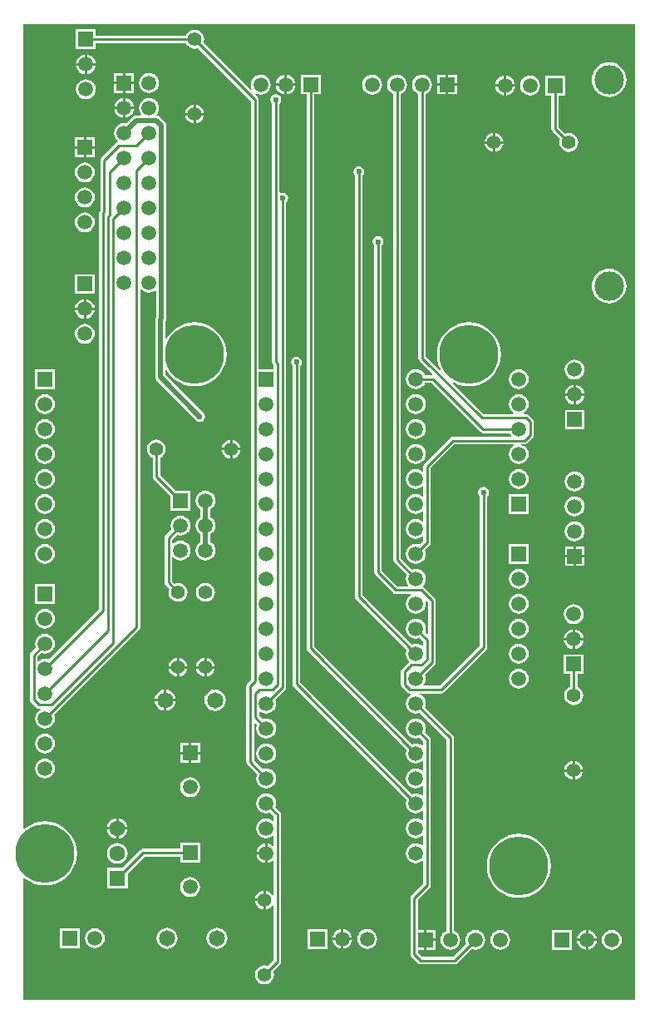
<source format=gtl>
%FSLAX25Y25*%
%MOIN*%
G70*
G01*
G75*
G04 Layer_Physical_Order=1*
G04 Layer_Color=255*
%ADD10C,0.01969*%
%ADD11C,0.01000*%
%ADD12C,0.05906*%
%ADD13R,0.05906X0.05906*%
%ADD14C,0.11811*%
%ADD15R,0.05906X0.05906*%
%ADD16C,0.23622*%
%ADD17C,0.06496*%
%ADD18C,0.05512*%
%ADD19C,0.06299*%
%ADD20R,0.06299X0.06299*%
%ADD21C,0.02362*%
G36*
X246611Y1421D02*
X1421D01*
Y49882D01*
X1875Y50092D01*
X2447Y49604D01*
X4166Y48550D01*
X6029Y47778D01*
X7990Y47308D01*
X10000Y47149D01*
X12010Y47308D01*
X13971Y47778D01*
X15834Y48550D01*
X17553Y49604D01*
X19087Y50913D01*
X20396Y52447D01*
X21450Y54166D01*
X22222Y56029D01*
X22692Y57990D01*
X22851Y60000D01*
X22692Y62010D01*
X22222Y63971D01*
X21450Y65834D01*
X20396Y67553D01*
X19087Y69087D01*
X17553Y70396D01*
X15834Y71450D01*
X13971Y72222D01*
X12010Y72692D01*
X10000Y72851D01*
X7990Y72692D01*
X6029Y72222D01*
X4166Y71450D01*
X2447Y70396D01*
X1875Y69908D01*
X1421Y70118D01*
Y392280D01*
X246611D01*
Y1421D01*
D02*
G37*
%LPC*%
G36*
X67108Y134106D02*
X63886D01*
Y130884D01*
X64366Y130947D01*
X65280Y131326D01*
X66065Y131928D01*
X66667Y132712D01*
X67045Y133626D01*
X67108Y134106D01*
D02*
G37*
G36*
X73909D02*
X70687D01*
X70750Y133626D01*
X71129Y132712D01*
X71731Y131928D01*
X72515Y131326D01*
X73429Y130947D01*
X73909Y130884D01*
Y134106D01*
D02*
G37*
G36*
X62886D02*
X59663D01*
X59727Y133626D01*
X60105Y132712D01*
X60707Y131928D01*
X61492Y131326D01*
X62405Y130947D01*
X62886Y130884D01*
Y134106D01*
D02*
G37*
G36*
X200000Y133987D02*
X198968Y133851D01*
X198006Y133453D01*
X197181Y132819D01*
X196547Y131993D01*
X196149Y131032D01*
X196013Y130000D01*
X196149Y128968D01*
X196547Y128006D01*
X197181Y127181D01*
X198006Y126547D01*
X198968Y126149D01*
X200000Y126013D01*
X201032Y126149D01*
X201993Y126547D01*
X202819Y127181D01*
X203453Y128006D01*
X203851Y128968D01*
X203987Y130000D01*
X203851Y131032D01*
X203453Y131993D01*
X202819Y132819D01*
X201993Y133453D01*
X201032Y133851D01*
X200000Y133987D01*
D02*
G37*
G36*
X78132Y134106D02*
X74909D01*
Y130884D01*
X75390Y130947D01*
X76303Y131326D01*
X77088Y131928D01*
X77690Y132712D01*
X78069Y133626D01*
X78132Y134106D01*
D02*
G37*
G36*
X73909Y138329D02*
X73429Y138266D01*
X72515Y137887D01*
X71731Y137285D01*
X71129Y136501D01*
X70750Y135587D01*
X70687Y135106D01*
X73909D01*
Y138329D01*
D02*
G37*
G36*
X74909D02*
Y135106D01*
X78132D01*
X78069Y135587D01*
X77690Y136501D01*
X77088Y137285D01*
X76303Y137887D01*
X75390Y138266D01*
X74909Y138329D01*
D02*
G37*
G36*
X62886D02*
X62405Y138266D01*
X61492Y137887D01*
X60707Y137285D01*
X60105Y136501D01*
X59727Y135587D01*
X59663Y135106D01*
X62886D01*
Y138329D01*
D02*
G37*
G36*
X63886D02*
Y135106D01*
X67108D01*
X67045Y135587D01*
X66667Y136501D01*
X66065Y137285D01*
X65280Y137887D01*
X64366Y138266D01*
X63886Y138329D01*
D02*
G37*
G36*
X72149Y104244D02*
X68697D01*
Y100791D01*
X72149D01*
Y104244D01*
D02*
G37*
G36*
X78197Y125686D02*
X77088Y125540D01*
X76054Y125112D01*
X75167Y124431D01*
X74486Y123544D01*
X74058Y122511D01*
X73912Y121402D01*
X74058Y120293D01*
X74486Y119259D01*
X75167Y118372D01*
X76054Y117691D01*
X77088Y117263D01*
X78197Y117117D01*
X79306Y117263D01*
X80339Y117691D01*
X81226Y118372D01*
X81907Y119259D01*
X82336Y120293D01*
X82481Y121402D01*
X82336Y122511D01*
X81907Y123544D01*
X81226Y124431D01*
X80339Y125112D01*
X79306Y125540D01*
X78197Y125686D01*
D02*
G37*
G36*
X67697Y104244D02*
X64244D01*
Y100791D01*
X67697D01*
Y104244D01*
D02*
G37*
G36*
X72149Y99791D02*
X68697D01*
Y96339D01*
X72149D01*
Y99791D01*
D02*
G37*
G36*
X10000Y107987D02*
X8968Y107851D01*
X8006Y107453D01*
X7181Y106819D01*
X6547Y105993D01*
X6149Y105032D01*
X6013Y104000D01*
X6149Y102968D01*
X6547Y102007D01*
X7181Y101181D01*
X8006Y100547D01*
X8968Y100149D01*
X10000Y100013D01*
X11032Y100149D01*
X11993Y100547D01*
X12819Y101181D01*
X13453Y102007D01*
X13851Y102968D01*
X13987Y104000D01*
X13851Y105032D01*
X13453Y105993D01*
X12819Y106819D01*
X11993Y107453D01*
X11032Y107851D01*
X10000Y107987D01*
D02*
G37*
G36*
X57697Y125620D02*
X57088Y125540D01*
X56054Y125112D01*
X55167Y124431D01*
X54486Y123544D01*
X54058Y122511D01*
X53978Y121902D01*
X57697D01*
Y125620D01*
D02*
G37*
G36*
X58697D02*
Y121902D01*
X62416D01*
X62335Y122511D01*
X61907Y123544D01*
X61226Y124431D01*
X60339Y125112D01*
X59306Y125540D01*
X58697Y125620D01*
D02*
G37*
G36*
X226000Y139779D02*
X218094D01*
Y131874D01*
X220518D01*
Y126700D01*
X220153Y126549D01*
X219368Y125946D01*
X218766Y125162D01*
X218388Y124248D01*
X218259Y123268D01*
X218388Y122287D01*
X218766Y121374D01*
X219368Y120589D01*
X220153Y119987D01*
X221067Y119608D01*
X222047Y119480D01*
X223028Y119608D01*
X223941Y119987D01*
X224726Y120589D01*
X225328Y121374D01*
X225706Y122287D01*
X225835Y123268D01*
X225706Y124248D01*
X225328Y125162D01*
X224726Y125946D01*
X223941Y126549D01*
X223577Y126700D01*
Y131874D01*
X226000D01*
Y139779D01*
D02*
G37*
G36*
X57697Y120902D02*
X53978D01*
X54058Y120293D01*
X54486Y119259D01*
X55167Y118372D01*
X56054Y117691D01*
X57088Y117263D01*
X57697Y117183D01*
Y120902D01*
D02*
G37*
G36*
X62416D02*
X58697D01*
Y117183D01*
X59306Y117263D01*
X60339Y117691D01*
X61226Y118372D01*
X61907Y119259D01*
X62335Y120293D01*
X62416Y120902D01*
D02*
G37*
G36*
X200000Y143987D02*
X198968Y143851D01*
X198006Y143453D01*
X197181Y142819D01*
X196547Y141993D01*
X196149Y141032D01*
X196013Y140000D01*
X196149Y138968D01*
X196547Y138006D01*
X197181Y137181D01*
X198006Y136547D01*
X198968Y136149D01*
X200000Y136013D01*
X201032Y136149D01*
X201993Y136547D01*
X202819Y137181D01*
X203453Y138006D01*
X203851Y138968D01*
X203987Y140000D01*
X203851Y141032D01*
X203453Y141993D01*
X202819Y142819D01*
X201993Y143453D01*
X201032Y143851D01*
X200000Y143987D01*
D02*
G37*
G36*
X226394Y178634D02*
X222941D01*
Y175181D01*
X226394D01*
Y178634D01*
D02*
G37*
G36*
X10000Y183987D02*
X8968Y183851D01*
X8006Y183453D01*
X7181Y182819D01*
X6547Y181993D01*
X6149Y181032D01*
X6013Y180000D01*
X6149Y178968D01*
X6547Y178006D01*
X7181Y177181D01*
X8006Y176547D01*
X8968Y176149D01*
X10000Y176013D01*
X11032Y176149D01*
X11993Y176547D01*
X12819Y177181D01*
X13453Y178006D01*
X13851Y178968D01*
X13987Y180000D01*
X13851Y181032D01*
X13453Y181993D01*
X12819Y182819D01*
X11993Y183453D01*
X11032Y183851D01*
X10000Y183987D01*
D02*
G37*
G36*
X221941Y178634D02*
X218488D01*
Y175181D01*
X221941D01*
Y178634D01*
D02*
G37*
G36*
X200000Y173987D02*
X198968Y173851D01*
X198006Y173453D01*
X197181Y172819D01*
X196547Y171993D01*
X196149Y171032D01*
X196013Y170000D01*
X196149Y168968D01*
X196547Y168007D01*
X197181Y167181D01*
X198006Y166547D01*
X198968Y166149D01*
X200000Y166013D01*
X201032Y166149D01*
X201993Y166547D01*
X202819Y167181D01*
X203453Y168007D01*
X203851Y168968D01*
X203987Y170000D01*
X203851Y171032D01*
X203453Y171993D01*
X202819Y172819D01*
X201993Y173453D01*
X201032Y173851D01*
X200000Y173987D01*
D02*
G37*
G36*
X151260Y372097D02*
X150228Y371961D01*
X149266Y371563D01*
X148441Y370929D01*
X147807Y370104D01*
X147409Y369142D01*
X147273Y368110D01*
X147409Y367078D01*
X147807Y366117D01*
X148441Y365291D01*
X149266Y364657D01*
X149730Y364465D01*
Y177599D01*
X149730Y177599D01*
X149730D01*
X149847Y177013D01*
X150178Y176517D01*
X155081Y171614D01*
X154889Y171150D01*
X154753Y170118D01*
X154889Y169086D01*
X155287Y168125D01*
X155759Y167510D01*
X155538Y167062D01*
X151313D01*
X145109Y173266D01*
Y303531D01*
X145152Y303560D01*
X145634Y304281D01*
X145804Y305132D01*
X145634Y305983D01*
X145152Y306705D01*
X144431Y307187D01*
X143580Y307356D01*
X142729Y307187D01*
X142007Y306705D01*
X141525Y305983D01*
X141356Y305132D01*
X141525Y304281D01*
X142007Y303560D01*
X142050Y303531D01*
Y172632D01*
X142050Y172632D01*
X142050D01*
X142167Y172047D01*
X142498Y171551D01*
X149598Y164451D01*
X150094Y164119D01*
X150680Y164003D01*
X156532D01*
X156693Y163529D01*
X155921Y162937D01*
X155287Y162112D01*
X154889Y161150D01*
X154753Y160118D01*
X154889Y159086D01*
X155287Y158125D01*
X155921Y157299D01*
X156747Y156666D01*
X157708Y156267D01*
X158740Y156131D01*
X159772Y156267D01*
X160734Y156666D01*
X161559Y157299D01*
X162193Y158125D01*
X162591Y159086D01*
X162727Y160118D01*
X162601Y161079D01*
X163049Y161300D01*
X163664Y160686D01*
Y148011D01*
X163202Y147820D01*
X162399Y148622D01*
X162591Y149086D01*
X162727Y150118D01*
X162591Y151150D01*
X162193Y152112D01*
X161559Y152937D01*
X160734Y153571D01*
X159772Y153969D01*
X158740Y154105D01*
X157708Y153969D01*
X156747Y153571D01*
X155921Y152937D01*
X155287Y152112D01*
X154889Y151150D01*
X154753Y150118D01*
X154889Y149086D01*
X155287Y148125D01*
X155921Y147299D01*
X156747Y146666D01*
X157708Y146267D01*
X158740Y146131D01*
X159772Y146267D01*
X160236Y146459D01*
X161664Y145032D01*
Y143423D01*
X161215Y143201D01*
X160734Y143571D01*
X159772Y143969D01*
X158740Y144105D01*
X157708Y143969D01*
X157244Y143777D01*
X137409Y163612D01*
Y331631D01*
X137452Y331660D01*
X137934Y332381D01*
X138104Y333232D01*
X137934Y334083D01*
X137452Y334805D01*
X136731Y335287D01*
X135880Y335456D01*
X135029Y335287D01*
X134307Y334805D01*
X133825Y334083D01*
X133656Y333232D01*
X133825Y332381D01*
X134307Y331660D01*
X134350Y331631D01*
Y162979D01*
X134350Y162979D01*
X134350D01*
X134467Y162393D01*
X134798Y161897D01*
X155081Y141614D01*
X154889Y141150D01*
X154753Y140118D01*
X154889Y139086D01*
X155287Y138125D01*
X155921Y137299D01*
X155978Y137256D01*
X155961Y136756D01*
X155898Y136714D01*
X153198Y134014D01*
X152867Y133518D01*
X152750Y132932D01*
Y127732D01*
X152750Y127732D01*
X152750D01*
X152867Y127147D01*
X153198Y126651D01*
X155298Y124551D01*
X155795Y124219D01*
X156380Y124103D01*
X156749D01*
X156847Y123612D01*
X156747Y123571D01*
X155921Y122937D01*
X155287Y122112D01*
X154889Y121150D01*
X154753Y120118D01*
X154889Y119086D01*
X155287Y118125D01*
X155921Y117299D01*
X156747Y116665D01*
X157708Y116267D01*
X158740Y116131D01*
X159772Y116267D01*
X160236Y116459D01*
X171069Y105626D01*
Y28999D01*
X170605Y28807D01*
X169779Y28174D01*
X169146Y27348D01*
X168747Y26386D01*
X168612Y25354D01*
X168747Y24322D01*
X169146Y23361D01*
X169779Y22535D01*
X170605Y21902D01*
X171566Y21503D01*
X172598Y21368D01*
X173630Y21503D01*
X174592Y21902D01*
X175417Y22535D01*
X176051Y23361D01*
X176449Y24322D01*
X176585Y25354D01*
X176449Y26386D01*
X176051Y27348D01*
X175417Y28174D01*
X174592Y28807D01*
X174128Y28999D01*
Y106260D01*
X174031Y106748D01*
X174011Y106845D01*
X173680Y107341D01*
X162399Y118622D01*
X162591Y119086D01*
X162727Y120118D01*
X162591Y121150D01*
X162193Y122112D01*
X161559Y122937D01*
X160734Y123571D01*
X159772Y123969D01*
X159781Y124103D01*
X168980D01*
X169565Y124219D01*
X170061Y124551D01*
X170061Y124551D01*
X170061Y124551D01*
X186961Y141451D01*
X187293Y141947D01*
X187409Y142532D01*
X187409Y142532D01*
X187409Y142532D01*
Y142532D01*
Y203031D01*
X187452Y203060D01*
X187934Y203781D01*
X188104Y204632D01*
X187934Y205483D01*
X187452Y206205D01*
X186731Y206687D01*
X185880Y206856D01*
X185029Y206687D01*
X184307Y206205D01*
X183825Y205483D01*
X183656Y204632D01*
X183825Y203781D01*
X184307Y203060D01*
X184350Y203031D01*
Y143166D01*
X168346Y127162D01*
X162019D01*
X161798Y127610D01*
X162193Y128125D01*
X162591Y129086D01*
X162727Y130118D01*
X162591Y131150D01*
X162399Y131614D01*
X166274Y135489D01*
X166606Y135986D01*
X166722Y136571D01*
Y161319D01*
X166625Y161807D01*
X166606Y161904D01*
X166274Y162400D01*
X162061Y166614D01*
X161565Y166945D01*
X161494Y167249D01*
X161559Y167299D01*
X162193Y168125D01*
X162591Y169086D01*
X162727Y170118D01*
X162591Y171150D01*
X162193Y172112D01*
X161559Y172937D01*
X160734Y173571D01*
X159772Y173969D01*
X158740Y174105D01*
X157708Y173969D01*
X157244Y173777D01*
X152789Y178232D01*
Y364465D01*
X153253Y364657D01*
X154079Y365291D01*
X154712Y366117D01*
X155111Y367078D01*
X155247Y368110D01*
X155111Y369142D01*
X154712Y370104D01*
X154079Y370929D01*
X153253Y371563D01*
X152292Y371961D01*
X151260Y372097D01*
D02*
G37*
G36*
X226394Y183087D02*
X222941D01*
Y179634D01*
X226394D01*
Y183087D01*
D02*
G37*
G36*
X222441Y193121D02*
X221409Y192985D01*
X220447Y192587D01*
X219622Y191953D01*
X218988Y191127D01*
X218590Y190166D01*
X218454Y189134D01*
X218590Y188102D01*
X218988Y187140D01*
X219622Y186315D01*
X220447Y185681D01*
X221409Y185283D01*
X222441Y185147D01*
X223473Y185283D01*
X224434Y185681D01*
X225260Y186315D01*
X225894Y187140D01*
X226292Y188102D01*
X226428Y189134D01*
X226292Y190166D01*
X225894Y191127D01*
X225260Y191953D01*
X224434Y192587D01*
X223473Y192985D01*
X222441Y193121D01*
D02*
G37*
G36*
X221941Y183087D02*
X218488D01*
Y179634D01*
X221941D01*
Y183087D01*
D02*
G37*
G36*
X203953Y183953D02*
X196047D01*
Y176047D01*
X203953D01*
Y183953D01*
D02*
G37*
G36*
X74394Y205333D02*
X73362Y205197D01*
X72400Y204799D01*
X71575Y204166D01*
X70941Y203340D01*
X70543Y202378D01*
X70407Y201346D01*
X70543Y200314D01*
X70941Y199353D01*
X71575Y198527D01*
X72371Y197916D01*
Y194776D01*
X71575Y194166D01*
X70941Y193340D01*
X70543Y192378D01*
X70407Y191346D01*
X70543Y190314D01*
X70941Y189353D01*
X71575Y188527D01*
X72371Y187916D01*
Y184776D01*
X71575Y184166D01*
X70941Y183340D01*
X70543Y182378D01*
X70407Y181346D01*
X70543Y180315D01*
X70941Y179353D01*
X71575Y178527D01*
X72400Y177894D01*
X73362Y177495D01*
X74394Y177359D01*
X75426Y177495D01*
X76387Y177894D01*
X77213Y178527D01*
X77846Y179353D01*
X78245Y180315D01*
X78381Y181346D01*
X78245Y182378D01*
X77846Y183340D01*
X77213Y184166D01*
X76417Y184776D01*
Y187916D01*
X77213Y188527D01*
X77846Y189353D01*
X78245Y190314D01*
X78381Y191346D01*
X78245Y192378D01*
X77846Y193340D01*
X77213Y194166D01*
X76417Y194776D01*
Y197916D01*
X77213Y198527D01*
X77846Y199353D01*
X78245Y200314D01*
X78381Y201346D01*
X78245Y202378D01*
X77846Y203340D01*
X77213Y204166D01*
X76387Y204799D01*
X75426Y205197D01*
X74394Y205333D01*
D02*
G37*
G36*
X221547Y149748D02*
X221015Y149678D01*
X220054Y149279D01*
X219228Y148646D01*
X218595Y147820D01*
X218196Y146859D01*
X218126Y146327D01*
X221547D01*
Y149748D01*
D02*
G37*
G36*
X222547D02*
Y146327D01*
X225968D01*
X225898Y146859D01*
X225500Y147820D01*
X224866Y148646D01*
X224041Y149279D01*
X223079Y149678D01*
X222547Y149748D01*
D02*
G37*
G36*
X200000Y153987D02*
X198968Y153851D01*
X198006Y153453D01*
X197181Y152819D01*
X196547Y151993D01*
X196149Y151032D01*
X196013Y150000D01*
X196149Y148968D01*
X196547Y148006D01*
X197181Y147181D01*
X198006Y146547D01*
X198968Y146149D01*
X200000Y146013D01*
X201032Y146149D01*
X201993Y146547D01*
X202819Y147181D01*
X203453Y148006D01*
X203851Y148968D01*
X203987Y150000D01*
X203851Y151032D01*
X203453Y151993D01*
X202819Y152819D01*
X201993Y153453D01*
X201032Y153851D01*
X200000Y153987D01*
D02*
G37*
G36*
X221547Y145327D02*
X218126D01*
X218196Y144795D01*
X218595Y143833D01*
X219228Y143008D01*
X220054Y142374D01*
X221015Y141976D01*
X221547Y141906D01*
Y145327D01*
D02*
G37*
G36*
X225968D02*
X222547D01*
Y141906D01*
X223079Y141976D01*
X224041Y142374D01*
X224866Y143008D01*
X225500Y143833D01*
X225898Y144795D01*
X225968Y145327D01*
D02*
G37*
G36*
X13953Y167953D02*
X6047D01*
Y160047D01*
X13953D01*
Y167953D01*
D02*
G37*
G36*
X74409Y168395D02*
X73429Y168266D01*
X72515Y167887D01*
X71731Y167285D01*
X71129Y166500D01*
X70750Y165587D01*
X70621Y164606D01*
X70750Y163626D01*
X71129Y162712D01*
X71731Y161928D01*
X72515Y161326D01*
X73429Y160947D01*
X74409Y160818D01*
X75390Y160947D01*
X76303Y161326D01*
X77088Y161928D01*
X77690Y162712D01*
X78069Y163626D01*
X78198Y164606D01*
X78069Y165587D01*
X77690Y166500D01*
X77088Y167285D01*
X76303Y167887D01*
X75390Y168266D01*
X74409Y168395D01*
D02*
G37*
G36*
X200000Y163987D02*
X198968Y163851D01*
X198006Y163453D01*
X197181Y162819D01*
X196547Y161993D01*
X196149Y161032D01*
X196013Y160000D01*
X196149Y158968D01*
X196547Y158007D01*
X197181Y157181D01*
X198006Y156547D01*
X198968Y156149D01*
X200000Y156013D01*
X201032Y156149D01*
X201993Y156547D01*
X202819Y157181D01*
X203453Y158007D01*
X203851Y158968D01*
X203987Y160000D01*
X203851Y161032D01*
X203453Y161993D01*
X202819Y162819D01*
X201993Y163453D01*
X201032Y163851D01*
X200000Y163987D01*
D02*
G37*
G36*
X10000Y157987D02*
X8968Y157851D01*
X8006Y157453D01*
X7181Y156819D01*
X6547Y155993D01*
X6149Y155032D01*
X6013Y154000D01*
X6149Y152968D01*
X6547Y152006D01*
X7181Y151181D01*
X8006Y150547D01*
X8968Y150149D01*
X10000Y150013D01*
X11032Y150149D01*
X11993Y150547D01*
X12819Y151181D01*
X13453Y152006D01*
X13851Y152968D01*
X13987Y154000D01*
X13851Y155032D01*
X13453Y155993D01*
X12819Y156819D01*
X11993Y157453D01*
X11032Y157851D01*
X10000Y157987D01*
D02*
G37*
G36*
X222047Y159814D02*
X221015Y159678D01*
X220054Y159280D01*
X219228Y158646D01*
X218595Y157820D01*
X218196Y156859D01*
X218060Y155827D01*
X218196Y154795D01*
X218595Y153833D01*
X219228Y153008D01*
X220054Y152374D01*
X221015Y151976D01*
X222047Y151840D01*
X223079Y151976D01*
X224041Y152374D01*
X224866Y153008D01*
X225500Y153833D01*
X225898Y154795D01*
X226034Y155827D01*
X225898Y156859D01*
X225500Y157820D01*
X224866Y158646D01*
X224041Y159280D01*
X223079Y159678D01*
X222047Y159814D01*
D02*
G37*
G36*
X67697Y99791D02*
X64244D01*
Y96339D01*
X67697D01*
Y99791D01*
D02*
G37*
G36*
X23953Y29953D02*
X16047D01*
Y22047D01*
X23953D01*
Y29953D01*
D02*
G37*
G36*
X166551Y29307D02*
X163098D01*
Y25854D01*
X166551D01*
Y29307D01*
D02*
G37*
G36*
X30000Y29987D02*
X28968Y29851D01*
X28007Y29453D01*
X27181Y28819D01*
X26547Y27993D01*
X26149Y27032D01*
X26013Y26000D01*
X26149Y24968D01*
X26547Y24006D01*
X27181Y23181D01*
X28007Y22547D01*
X28968Y22149D01*
X30000Y22013D01*
X31032Y22149D01*
X31993Y22547D01*
X32819Y23181D01*
X33453Y24006D01*
X33851Y24968D01*
X33987Y26000D01*
X33851Y27032D01*
X33453Y27993D01*
X32819Y28819D01*
X31993Y29453D01*
X31032Y29851D01*
X30000Y29987D01*
D02*
G37*
G36*
X128791Y25248D02*
X125370D01*
X125440Y24716D01*
X125839Y23755D01*
X126472Y22929D01*
X127298Y22295D01*
X128260Y21897D01*
X128791Y21827D01*
Y25248D01*
D02*
G37*
G36*
X133212D02*
X129791D01*
Y21827D01*
X130323Y21897D01*
X131285Y22295D01*
X132111Y22929D01*
X132744Y23755D01*
X133142Y24716D01*
X133212Y25248D01*
D02*
G37*
G36*
X129791Y29669D02*
Y26248D01*
X133212D01*
X133142Y26780D01*
X132744Y27741D01*
X132111Y28567D01*
X131285Y29201D01*
X130323Y29599D01*
X129791Y29669D01*
D02*
G37*
G36*
X97532Y40878D02*
X94309D01*
X94372Y40398D01*
X94751Y39484D01*
X95353Y38699D01*
X96137Y38097D01*
X97051Y37719D01*
X97532Y37655D01*
Y40878D01*
D02*
G37*
G36*
X128791Y29669D02*
X128260Y29599D01*
X127298Y29201D01*
X126472Y28567D01*
X125839Y27741D01*
X125440Y26780D01*
X125370Y26248D01*
X128791D01*
Y29669D01*
D02*
G37*
G36*
X226823Y29275D02*
X226291Y29205D01*
X225329Y28807D01*
X224504Y28174D01*
X223870Y27348D01*
X223472Y26386D01*
X223402Y25854D01*
X226823D01*
Y29275D01*
D02*
G37*
G36*
X227823D02*
Y25854D01*
X231244D01*
X231174Y26386D01*
X230775Y27348D01*
X230142Y28174D01*
X229316Y28807D01*
X228355Y29205D01*
X227823Y29275D01*
D02*
G37*
G36*
X221275Y29307D02*
X213370D01*
Y21402D01*
X221275D01*
Y29307D01*
D02*
G37*
G36*
X226823Y24854D02*
X223402D01*
X223472Y24322D01*
X223870Y23361D01*
X224504Y22535D01*
X225329Y21902D01*
X226291Y21503D01*
X226823Y21433D01*
Y24854D01*
D02*
G37*
G36*
X166551D02*
X163098D01*
Y21402D01*
X166551D01*
Y24854D01*
D02*
G37*
G36*
X192598Y29341D02*
X191567Y29205D01*
X190605Y28807D01*
X189779Y28174D01*
X189146Y27348D01*
X188747Y26386D01*
X188611Y25354D01*
X188747Y24322D01*
X189146Y23361D01*
X189779Y22535D01*
X190605Y21902D01*
X191567Y21503D01*
X192598Y21368D01*
X193630Y21503D01*
X194592Y21902D01*
X195417Y22535D01*
X196051Y23361D01*
X196449Y24322D01*
X196585Y25354D01*
X196449Y26386D01*
X196051Y27348D01*
X195417Y28174D01*
X194592Y28807D01*
X193630Y29205D01*
X192598Y29341D01*
D02*
G37*
G36*
X237323D02*
X236291Y29205D01*
X235329Y28807D01*
X234504Y28174D01*
X233870Y27348D01*
X233472Y26386D01*
X233336Y25354D01*
X233472Y24322D01*
X233870Y23361D01*
X234504Y22535D01*
X235329Y21902D01*
X236291Y21503D01*
X237323Y21368D01*
X238355Y21503D01*
X239316Y21902D01*
X240142Y22535D01*
X240775Y23361D01*
X241174Y24322D01*
X241310Y25354D01*
X241174Y26386D01*
X240775Y27348D01*
X240142Y28174D01*
X239316Y28807D01*
X238355Y29205D01*
X237323Y29341D01*
D02*
G37*
G36*
X139291Y29735D02*
X138259Y29599D01*
X137298Y29201D01*
X136472Y28567D01*
X135839Y27741D01*
X135440Y26780D01*
X135304Y25748D01*
X135440Y24716D01*
X135839Y23755D01*
X136472Y22929D01*
X137298Y22295D01*
X138259Y21897D01*
X139291Y21761D01*
X140323Y21897D01*
X141285Y22295D01*
X142111Y22929D01*
X142744Y23755D01*
X143142Y24716D01*
X143278Y25748D01*
X143142Y26780D01*
X142744Y27741D01*
X142111Y28567D01*
X141285Y29201D01*
X140323Y29599D01*
X139291Y29735D01*
D02*
G37*
G36*
X123244Y29701D02*
X115339D01*
Y21795D01*
X123244D01*
Y29701D01*
D02*
G37*
G36*
X79000Y30285D02*
X77891Y30139D01*
X76858Y29711D01*
X75970Y29030D01*
X75289Y28142D01*
X74861Y27109D01*
X74715Y26000D01*
X74861Y24891D01*
X75289Y23858D01*
X75970Y22970D01*
X76858Y22289D01*
X77891Y21861D01*
X79000Y21715D01*
X80109Y21861D01*
X81142Y22289D01*
X82030Y22970D01*
X82711Y23858D01*
X83139Y24891D01*
X83285Y26000D01*
X83139Y27109D01*
X82711Y28142D01*
X82030Y29030D01*
X81142Y29711D01*
X80109Y30139D01*
X79000Y30285D01*
D02*
G37*
G36*
X231244Y24854D02*
X227823D01*
Y21433D01*
X228355Y21503D01*
X229316Y21902D01*
X230142Y22535D01*
X230775Y23361D01*
X231174Y24322D01*
X231244Y24854D01*
D02*
G37*
G36*
X59000Y30285D02*
X57891Y30139D01*
X56858Y29711D01*
X55970Y29030D01*
X55289Y28142D01*
X54861Y27109D01*
X54715Y26000D01*
X54861Y24891D01*
X55289Y23858D01*
X55970Y22970D01*
X56858Y22289D01*
X57891Y21861D01*
X59000Y21715D01*
X60109Y21861D01*
X61142Y22289D01*
X62030Y22970D01*
X62711Y23858D01*
X63139Y24891D01*
X63285Y26000D01*
X63139Y27109D01*
X62711Y28142D01*
X62030Y29030D01*
X61142Y29711D01*
X60109Y30139D01*
X59000Y30285D01*
D02*
G37*
G36*
X221547Y92768D02*
X218325D01*
X218388Y92287D01*
X218766Y91374D01*
X219368Y90589D01*
X220153Y89987D01*
X221067Y89609D01*
X221547Y89545D01*
Y92768D01*
D02*
G37*
G36*
X225770D02*
X222547D01*
Y89545D01*
X223028Y89609D01*
X223941Y89987D01*
X224726Y90589D01*
X225328Y91374D01*
X225706Y92287D01*
X225770Y92768D01*
D02*
G37*
G36*
X68197Y90499D02*
X67165Y90363D01*
X66203Y89964D01*
X65378Y89331D01*
X64744Y88505D01*
X64346Y87544D01*
X64210Y86512D01*
X64346Y85480D01*
X64744Y84518D01*
X65378Y83693D01*
X66203Y83059D01*
X67165Y82661D01*
X68197Y82525D01*
X69229Y82661D01*
X70190Y83059D01*
X71016Y83693D01*
X71649Y84518D01*
X72048Y85480D01*
X72184Y86512D01*
X72048Y87544D01*
X71649Y88505D01*
X71016Y89331D01*
X70190Y89964D01*
X69229Y90363D01*
X68197Y90499D01*
D02*
G37*
G36*
X39500Y74120D02*
Y70500D01*
X43120D01*
X43043Y71083D01*
X42625Y72093D01*
X41960Y72960D01*
X41093Y73625D01*
X40083Y74043D01*
X39500Y74120D01*
D02*
G37*
G36*
X98740Y84105D02*
X97708Y83969D01*
X96747Y83571D01*
X95921Y82937D01*
X95288Y82112D01*
X94889Y81150D01*
X94753Y80118D01*
X94889Y79086D01*
X95288Y78125D01*
X95921Y77299D01*
X96747Y76666D01*
X97708Y76267D01*
X98740Y76131D01*
X99772Y76267D01*
X100236Y76459D01*
X101750Y74945D01*
Y73356D01*
X101302Y73135D01*
X100734Y73571D01*
X99772Y73969D01*
X98740Y74105D01*
X97708Y73969D01*
X96747Y73571D01*
X95921Y72937D01*
X95288Y72112D01*
X94889Y71150D01*
X94753Y70118D01*
X94889Y69086D01*
X95288Y68125D01*
X95921Y67299D01*
X96747Y66666D01*
X97708Y66267D01*
X98740Y66131D01*
X99772Y66267D01*
X100734Y66666D01*
X101302Y67102D01*
X101750Y66880D01*
Y63356D01*
X101302Y63135D01*
X100734Y63571D01*
X99772Y63969D01*
X99240Y64039D01*
Y60117D01*
Y56197D01*
X99772Y56267D01*
X100734Y56665D01*
X101302Y57102D01*
X101750Y56880D01*
Y43479D01*
X101277Y43318D01*
X100710Y44057D01*
X99926Y44659D01*
X99012Y45037D01*
X98532Y45101D01*
Y41377D01*
Y37655D01*
X99012Y37719D01*
X99926Y38097D01*
X100710Y38699D01*
X101277Y39438D01*
X101750Y39277D01*
Y17260D01*
X99377Y14886D01*
X99012Y15037D01*
X98032Y15166D01*
X97051Y15037D01*
X96137Y14659D01*
X95353Y14057D01*
X94751Y13272D01*
X94372Y12359D01*
X94243Y11378D01*
X94372Y10397D01*
X94751Y9484D01*
X95353Y8699D01*
X96137Y8097D01*
X97051Y7719D01*
X98032Y7590D01*
X99012Y7719D01*
X99926Y8097D01*
X100710Y8699D01*
X101312Y9484D01*
X101691Y10397D01*
X101820Y11378D01*
X101691Y12359D01*
X101540Y12723D01*
X104361Y15545D01*
X104693Y16041D01*
X104809Y16626D01*
Y75579D01*
X104712Y76067D01*
X104693Y76164D01*
X104361Y76660D01*
X102399Y78622D01*
X102591Y79086D01*
X102727Y80118D01*
X102591Y81150D01*
X102193Y82112D01*
X101559Y82937D01*
X100734Y83571D01*
X99772Y83969D01*
X98740Y84105D01*
D02*
G37*
G36*
X222547Y96990D02*
Y93768D01*
X225770D01*
X225706Y94248D01*
X225328Y95162D01*
X224726Y95947D01*
X223941Y96549D01*
X223028Y96927D01*
X222547Y96990D01*
D02*
G37*
G36*
X98740Y104105D02*
X97708Y103969D01*
X96747Y103571D01*
X95921Y102937D01*
X95288Y102112D01*
X94889Y101150D01*
X94753Y100118D01*
X94889Y99086D01*
X95288Y98125D01*
X95921Y97299D01*
X96747Y96666D01*
X97708Y96267D01*
X98740Y96131D01*
X99772Y96267D01*
X100734Y96666D01*
X101559Y97299D01*
X102193Y98125D01*
X102591Y99086D01*
X102727Y100118D01*
X102591Y101150D01*
X102193Y102112D01*
X101559Y102937D01*
X100734Y103571D01*
X99772Y103969D01*
X98740Y104105D01*
D02*
G37*
G36*
X221547Y96990D02*
X221067Y96927D01*
X220153Y96549D01*
X219368Y95947D01*
X218766Y95162D01*
X218388Y94248D01*
X218325Y93768D01*
X221547D01*
Y96990D01*
D02*
G37*
G36*
X10000Y97987D02*
X8968Y97851D01*
X8006Y97453D01*
X7181Y96819D01*
X6547Y95993D01*
X6149Y95032D01*
X6013Y94000D01*
X6149Y92968D01*
X6547Y92007D01*
X7181Y91181D01*
X8006Y90547D01*
X8968Y90149D01*
X10000Y90013D01*
X11032Y90149D01*
X11993Y90547D01*
X12819Y91181D01*
X13453Y92007D01*
X13851Y92968D01*
X13987Y94000D01*
X13851Y95032D01*
X13453Y95993D01*
X12819Y96819D01*
X11993Y97453D01*
X11032Y97851D01*
X10000Y97987D01*
D02*
G37*
G36*
X120488Y372063D02*
X112583D01*
Y364157D01*
X115006D01*
Y142323D01*
X115006Y142323D01*
X115006D01*
X115122Y141738D01*
X115454Y141242D01*
X155081Y101614D01*
X154889Y101150D01*
X154753Y100118D01*
X154889Y99086D01*
X155287Y98125D01*
X155921Y97299D01*
X156747Y96666D01*
X157708Y96267D01*
X158740Y96131D01*
X159772Y96267D01*
X160734Y96666D01*
X161215Y97035D01*
X161664Y96814D01*
Y93423D01*
X161215Y93201D01*
X160734Y93571D01*
X159772Y93969D01*
X158740Y94105D01*
X157708Y93969D01*
X156747Y93571D01*
X155921Y92937D01*
X155287Y92112D01*
X154889Y91150D01*
X154753Y90118D01*
X154889Y89086D01*
X155287Y88125D01*
X155921Y87299D01*
X156747Y86665D01*
X157708Y86267D01*
X158740Y86131D01*
X159772Y86267D01*
X160734Y86665D01*
X161215Y87035D01*
X161664Y86814D01*
Y83423D01*
X161215Y83201D01*
X160734Y83571D01*
X159772Y83969D01*
X158740Y84105D01*
X157708Y83969D01*
X157244Y83777D01*
X112409Y128612D01*
Y255231D01*
X112452Y255260D01*
X112934Y255981D01*
X113104Y256832D01*
X112934Y257683D01*
X112452Y258405D01*
X111731Y258887D01*
X110880Y259056D01*
X110029Y258887D01*
X109307Y258405D01*
X108825Y257683D01*
X108656Y256832D01*
X108825Y255981D01*
X109307Y255260D01*
X109350Y255231D01*
Y127979D01*
X109350Y127979D01*
X109350D01*
X109467Y127393D01*
X109798Y126897D01*
X155081Y81614D01*
X154889Y81150D01*
X154753Y80118D01*
X154889Y79086D01*
X155287Y78125D01*
X155921Y77299D01*
X156747Y76666D01*
X157708Y76267D01*
X158740Y76131D01*
X159772Y76267D01*
X160734Y76666D01*
X161215Y77035D01*
X161664Y76814D01*
Y73423D01*
X161215Y73201D01*
X160734Y73571D01*
X159772Y73969D01*
X158740Y74105D01*
X157708Y73969D01*
X156747Y73571D01*
X155921Y72937D01*
X155287Y72112D01*
X154889Y71150D01*
X154753Y70118D01*
X154889Y69086D01*
X155287Y68125D01*
X155921Y67299D01*
X156747Y66666D01*
X157708Y66267D01*
X158740Y66131D01*
X159772Y66267D01*
X160734Y66666D01*
X161215Y67035D01*
X161664Y66814D01*
Y63423D01*
X161215Y63201D01*
X160734Y63571D01*
X159772Y63969D01*
X158740Y64105D01*
X157708Y63969D01*
X156747Y63571D01*
X155921Y62937D01*
X155287Y62112D01*
X154889Y61150D01*
X154753Y60118D01*
X154889Y59086D01*
X155287Y58125D01*
X155921Y57299D01*
X156747Y56665D01*
X157708Y56267D01*
X158740Y56131D01*
X159772Y56267D01*
X160734Y56665D01*
X161215Y57035D01*
X161664Y56814D01*
Y47879D01*
X156998Y43214D01*
X156667Y42717D01*
X156550Y42132D01*
Y19732D01*
X156550Y19732D01*
X156550D01*
X156667Y19147D01*
X156998Y18651D01*
X159598Y16051D01*
X160094Y15719D01*
X160680Y15603D01*
X174376D01*
X174961Y15719D01*
X175458Y16051D01*
X175458Y16051D01*
X175458Y16051D01*
X181102Y21696D01*
X181567Y21503D01*
X182598Y21368D01*
X183630Y21503D01*
X184592Y21902D01*
X185417Y22535D01*
X186051Y23361D01*
X186449Y24322D01*
X186585Y25354D01*
X186449Y26386D01*
X186051Y27348D01*
X185417Y28174D01*
X184592Y28807D01*
X183630Y29205D01*
X182598Y29341D01*
X181567Y29205D01*
X180605Y28807D01*
X179779Y28174D01*
X179146Y27348D01*
X178747Y26386D01*
X178612Y25354D01*
X178747Y24322D01*
X178940Y23858D01*
X173743Y18662D01*
X161313D01*
X159609Y20366D01*
Y21402D01*
X162098D01*
Y25353D01*
Y29307D01*
X159609D01*
Y41499D01*
X164274Y46164D01*
X164606Y46660D01*
X164722Y47245D01*
Y105665D01*
X164606Y106251D01*
X164274Y106747D01*
X162399Y108622D01*
X162591Y109086D01*
X162727Y110118D01*
X162591Y111150D01*
X162193Y112112D01*
X161559Y112937D01*
X160734Y113571D01*
X159772Y113969D01*
X158740Y114105D01*
X157708Y113969D01*
X156747Y113571D01*
X155921Y112937D01*
X155287Y112112D01*
X154889Y111150D01*
X154753Y110118D01*
X154889Y109086D01*
X155287Y108125D01*
X155921Y107299D01*
X156747Y106666D01*
X157708Y106267D01*
X158740Y106131D01*
X159772Y106267D01*
X160236Y106459D01*
X161664Y105032D01*
Y103423D01*
X161215Y103201D01*
X160734Y103571D01*
X159772Y103969D01*
X158740Y104105D01*
X157708Y103969D01*
X157244Y103777D01*
X118065Y142956D01*
Y364157D01*
X120488D01*
Y372063D01*
D02*
G37*
G36*
X39000Y64185D02*
X37917Y64043D01*
X36907Y63625D01*
X36040Y62959D01*
X35375Y62093D01*
X34957Y61083D01*
X34815Y60000D01*
X34957Y58917D01*
X35375Y57907D01*
X36040Y57040D01*
X36907Y56375D01*
X37917Y55957D01*
X39000Y55815D01*
X40083Y55957D01*
X41093Y56375D01*
X41960Y57040D01*
X42625Y57907D01*
X43043Y58917D01*
X43185Y60000D01*
X43043Y61083D01*
X42625Y62093D01*
X41960Y62959D01*
X41093Y63625D01*
X40083Y64043D01*
X39000Y64185D01*
D02*
G37*
G36*
X98240Y59618D02*
X94819D01*
X94889Y59086D01*
X95288Y58125D01*
X95921Y57299D01*
X96747Y56665D01*
X97708Y56267D01*
X98240Y56197D01*
Y59618D01*
D02*
G37*
G36*
X68197Y50499D02*
X67165Y50363D01*
X66203Y49964D01*
X65378Y49331D01*
X64744Y48505D01*
X64346Y47544D01*
X64210Y46512D01*
X64346Y45480D01*
X64744Y44518D01*
X65378Y43693D01*
X66203Y43059D01*
X67165Y42661D01*
X68197Y42525D01*
X69229Y42661D01*
X70190Y43059D01*
X71016Y43693D01*
X71649Y44518D01*
X72048Y45480D01*
X72184Y46512D01*
X72048Y47544D01*
X71649Y48505D01*
X71016Y49331D01*
X70190Y49964D01*
X69229Y50363D01*
X68197Y50499D01*
D02*
G37*
G36*
X97532Y45101D02*
X97051Y45037D01*
X96137Y44659D01*
X95353Y44057D01*
X94751Y43272D01*
X94372Y42358D01*
X94309Y41878D01*
X97532D01*
Y45101D01*
D02*
G37*
G36*
X200000Y67851D02*
X197990Y67692D01*
X196029Y67222D01*
X194166Y66450D01*
X192447Y65396D01*
X190913Y64087D01*
X189604Y62553D01*
X188550Y60834D01*
X187778Y58971D01*
X187308Y57010D01*
X187149Y55000D01*
X187308Y52990D01*
X187778Y51029D01*
X188550Y49166D01*
X189604Y47447D01*
X190913Y45913D01*
X192447Y44604D01*
X194166Y43550D01*
X196029Y42778D01*
X197990Y42308D01*
X200000Y42149D01*
X202010Y42308D01*
X203971Y42778D01*
X205834Y43550D01*
X207553Y44604D01*
X209087Y45913D01*
X210396Y47447D01*
X211450Y49166D01*
X212222Y51029D01*
X212692Y52990D01*
X212851Y55000D01*
X212692Y57010D01*
X212222Y58971D01*
X211450Y60834D01*
X210396Y62553D01*
X209087Y64087D01*
X207553Y65396D01*
X205834Y66450D01*
X203971Y67222D01*
X202010Y67692D01*
X200000Y67851D01*
D02*
G37*
G36*
X43120Y69500D02*
X39500D01*
Y65880D01*
X40083Y65957D01*
X41093Y66375D01*
X41960Y67040D01*
X42625Y67907D01*
X43043Y68917D01*
X43120Y69500D01*
D02*
G37*
G36*
X38500Y74120D02*
X37917Y74043D01*
X36907Y73625D01*
X36040Y72960D01*
X35375Y72093D01*
X34957Y71083D01*
X34880Y70500D01*
X38500D01*
Y74120D01*
D02*
G37*
G36*
Y69500D02*
X34880D01*
X34957Y68917D01*
X35375Y67907D01*
X36040Y67040D01*
X36907Y66375D01*
X37917Y65957D01*
X38500Y65880D01*
Y69500D01*
D02*
G37*
G36*
X72149Y64244D02*
X64244D01*
Y61821D01*
X49291D01*
X48706Y61704D01*
X48210Y61373D01*
X40987Y54150D01*
X34850D01*
Y45850D01*
X43150D01*
Y51987D01*
X49925Y58762D01*
X64244D01*
Y56339D01*
X72149D01*
Y64244D01*
D02*
G37*
G36*
X98240Y64039D02*
X97708Y63969D01*
X96747Y63571D01*
X95921Y62937D01*
X95288Y62112D01*
X94889Y61150D01*
X94819Y60618D01*
X98240D01*
Y64039D01*
D02*
G37*
G36*
X41232Y362661D02*
X40701Y362591D01*
X39739Y362193D01*
X38913Y361559D01*
X38280Y360734D01*
X37881Y359772D01*
X37811Y359240D01*
X41232D01*
Y362661D01*
D02*
G37*
G36*
X42232D02*
Y359240D01*
X45653D01*
X45583Y359772D01*
X45185Y360734D01*
X44552Y361559D01*
X43726Y362193D01*
X42764Y362591D01*
X42232Y362661D01*
D02*
G37*
G36*
X70579Y359982D02*
Y356760D01*
X73801D01*
X73738Y357241D01*
X73360Y358154D01*
X72758Y358939D01*
X71973Y359541D01*
X71059Y359919D01*
X70579Y359982D01*
D02*
G37*
G36*
X45653Y358240D02*
X42232D01*
Y354819D01*
X42764Y354889D01*
X43726Y355288D01*
X44552Y355921D01*
X45185Y356747D01*
X45583Y357708D01*
X45653Y358240D01*
D02*
G37*
G36*
X69579Y359982D02*
X69098Y359919D01*
X68185Y359541D01*
X67400Y358939D01*
X66798Y358154D01*
X66420Y357241D01*
X66356Y356760D01*
X69579D01*
Y359982D01*
D02*
G37*
G36*
X194067Y367217D02*
X190646D01*
X190716Y366685D01*
X191114Y365723D01*
X191748Y364897D01*
X192573Y364264D01*
X193535Y363866D01*
X194067Y363796D01*
Y367217D01*
D02*
G37*
G36*
X198488D02*
X195067D01*
Y363796D01*
X195599Y363866D01*
X196560Y364264D01*
X197386Y364897D01*
X198020Y365723D01*
X198418Y366685D01*
X198488Y367217D01*
D02*
G37*
G36*
X204567Y371703D02*
X203535Y371568D01*
X202573Y371169D01*
X201748Y370536D01*
X201114Y369710D01*
X200716Y368748D01*
X200580Y367717D01*
X200716Y366685D01*
X201114Y365723D01*
X201748Y364897D01*
X202573Y364264D01*
X203535Y363866D01*
X204567Y363730D01*
X205599Y363866D01*
X206560Y364264D01*
X207386Y364897D01*
X208020Y365723D01*
X208418Y366685D01*
X208554Y367717D01*
X208418Y368748D01*
X208020Y369710D01*
X207386Y370536D01*
X206560Y371169D01*
X205599Y371568D01*
X204567Y371703D01*
D02*
G37*
G36*
X26378Y370207D02*
X25346Y370072D01*
X24385Y369673D01*
X23559Y369040D01*
X22925Y368214D01*
X22527Y367252D01*
X22391Y366221D01*
X22527Y365189D01*
X22925Y364227D01*
X23559Y363401D01*
X24385Y362768D01*
X25346Y362370D01*
X26378Y362234D01*
X27410Y362370D01*
X28371Y362768D01*
X29197Y363401D01*
X29831Y364227D01*
X30229Y365189D01*
X30365Y366221D01*
X30229Y367252D01*
X29831Y368214D01*
X29197Y369040D01*
X28371Y369673D01*
X27410Y370072D01*
X26378Y370207D01*
D02*
G37*
G36*
X236221Y377018D02*
X234867Y376884D01*
X233565Y376489D01*
X232365Y375848D01*
X231314Y374985D01*
X230451Y373934D01*
X229810Y372734D01*
X229415Y371432D01*
X229282Y370079D01*
X229415Y368725D01*
X229810Y367423D01*
X230451Y366224D01*
X231314Y365172D01*
X232365Y364309D01*
X233565Y363668D01*
X234867Y363273D01*
X236221Y363140D01*
X237574Y363273D01*
X238876Y363668D01*
X240076Y364309D01*
X241127Y365172D01*
X241990Y366224D01*
X242631Y367423D01*
X243026Y368725D01*
X243160Y370079D01*
X243026Y371432D01*
X242631Y372734D01*
X241990Y373934D01*
X241127Y374985D01*
X240076Y375848D01*
X238876Y376489D01*
X237574Y376884D01*
X236221Y377018D01*
D02*
G37*
G36*
X29937Y346866D02*
X26484D01*
Y343413D01*
X29937D01*
Y346866D01*
D02*
G37*
G36*
X189618Y348604D02*
X189138Y348541D01*
X188224Y348163D01*
X187439Y347561D01*
X186837Y346776D01*
X186459Y345863D01*
X186396Y345382D01*
X189618D01*
Y348604D01*
D02*
G37*
G36*
X25484Y346866D02*
X22031D01*
Y343413D01*
X25484D01*
Y346866D01*
D02*
G37*
G36*
X189618Y344382D02*
X186396D01*
X186459Y343901D01*
X186837Y342988D01*
X187439Y342203D01*
X188224Y341601D01*
X189138Y341223D01*
X189618Y341160D01*
Y344382D01*
D02*
G37*
G36*
X193841D02*
X190618D01*
Y341160D01*
X191099Y341223D01*
X192012Y341601D01*
X192797Y342203D01*
X193399Y342988D01*
X193777Y343901D01*
X193841Y344382D01*
D02*
G37*
G36*
X51732Y362727D02*
X50700Y362591D01*
X49739Y362193D01*
X48913Y361559D01*
X48280Y360734D01*
X47881Y359772D01*
X47745Y358740D01*
X47881Y357708D01*
X48280Y356747D01*
X48696Y356204D01*
X48475Y355755D01*
X46724D01*
X45950Y355601D01*
X45294Y355163D01*
X42727Y352596D01*
X41732Y352727D01*
X40701Y352591D01*
X39739Y352193D01*
X38913Y351559D01*
X38280Y350734D01*
X37881Y349772D01*
X37745Y348740D01*
X37881Y347708D01*
X38280Y346747D01*
X38913Y345921D01*
X39063Y345806D01*
X39195Y345145D01*
X38698Y344814D01*
X32598Y338714D01*
X32267Y338217D01*
X32150Y337632D01*
Y317803D01*
X31867Y317378D01*
X31750Y316793D01*
Y157913D01*
X11496Y137659D01*
X11032Y137851D01*
X10000Y137987D01*
X8968Y137851D01*
X8006Y137453D01*
X7458Y137031D01*
X7009Y137253D01*
Y138846D01*
X8504Y140341D01*
X8968Y140149D01*
X10000Y140013D01*
X11032Y140149D01*
X11993Y140547D01*
X12819Y141181D01*
X13453Y142007D01*
X13851Y142968D01*
X13987Y144000D01*
X13851Y145032D01*
X13453Y145993D01*
X12819Y146819D01*
X11993Y147453D01*
X11032Y147851D01*
X10000Y147987D01*
X8968Y147851D01*
X8006Y147453D01*
X7181Y146819D01*
X6547Y145993D01*
X6149Y145032D01*
X6013Y144000D01*
X6149Y142968D01*
X6341Y142504D01*
X4398Y140561D01*
X4067Y140065D01*
X3950Y139480D01*
Y121732D01*
X3950Y121732D01*
X3950D01*
X4067Y121147D01*
X4398Y120651D01*
X6598Y118451D01*
X7095Y118119D01*
X7680Y118003D01*
X8053D01*
X8151Y117512D01*
X8006Y117453D01*
X7181Y116819D01*
X6547Y115993D01*
X6149Y115032D01*
X6013Y114000D01*
X6149Y112968D01*
X6547Y112006D01*
X7181Y111181D01*
X8006Y110547D01*
X8968Y110149D01*
X10000Y110013D01*
X11032Y110149D01*
X11993Y110547D01*
X12819Y111181D01*
X13453Y112006D01*
X13851Y112968D01*
X13987Y114000D01*
X13851Y115032D01*
X13659Y115496D01*
X47861Y149698D01*
X48193Y150195D01*
X48309Y150780D01*
X48309Y150780D01*
X48309Y150780D01*
Y150780D01*
Y285930D01*
X48783Y286091D01*
X48913Y285921D01*
X49739Y285287D01*
X50700Y284889D01*
X51732Y284753D01*
X52764Y284889D01*
X53726Y285287D01*
X54208Y285658D01*
X54657Y285437D01*
Y275087D01*
X54335Y274606D01*
X54181Y273832D01*
Y251007D01*
X54181Y251007D01*
X54181D01*
X54335Y250233D01*
X54774Y249577D01*
X70014Y234337D01*
X70025Y234281D01*
X70507Y233560D01*
X71229Y233078D01*
X72080Y232908D01*
X72931Y233078D01*
X73652Y233560D01*
X74134Y234281D01*
X74304Y235132D01*
X74134Y235983D01*
X73652Y236705D01*
X72931Y237187D01*
X72875Y237198D01*
X58228Y251845D01*
Y253771D01*
X58709Y253906D01*
X59604Y252447D01*
X60913Y250913D01*
X62447Y249604D01*
X64166Y248550D01*
X66029Y247778D01*
X67990Y247308D01*
X70000Y247149D01*
X72010Y247308D01*
X73971Y247778D01*
X75834Y248550D01*
X77553Y249604D01*
X79087Y250913D01*
X80396Y252447D01*
X81450Y254166D01*
X82222Y256029D01*
X82692Y257990D01*
X82851Y260000D01*
X82692Y262010D01*
X82222Y263971D01*
X81450Y265834D01*
X80396Y267553D01*
X79087Y269087D01*
X77553Y270396D01*
X75834Y271450D01*
X73971Y272222D01*
X72010Y272692D01*
X70000Y272851D01*
X67990Y272692D01*
X66029Y272222D01*
X64166Y271450D01*
X62447Y270396D01*
X60913Y269087D01*
X59604Y267553D01*
X58709Y266093D01*
X58228Y266229D01*
Y273053D01*
X58549Y273533D01*
X58703Y274307D01*
Y351732D01*
X58549Y352506D01*
X58110Y353163D01*
X56110Y355163D01*
X55454Y355601D01*
X54680Y355755D01*
X54680Y356088D01*
X55185Y356747D01*
X55583Y357708D01*
X55719Y358740D01*
X55583Y359772D01*
X55185Y360734D01*
X54552Y361559D01*
X53726Y362193D01*
X52764Y362591D01*
X51732Y362727D01*
D02*
G37*
G36*
X41232Y358240D02*
X37811D01*
X37881Y357708D01*
X38280Y356747D01*
X38913Y355921D01*
X39739Y355288D01*
X40701Y354889D01*
X41232Y354819D01*
Y358240D01*
D02*
G37*
G36*
X73801Y355760D02*
X70579D01*
Y352537D01*
X71059Y352601D01*
X71973Y352979D01*
X72758Y353581D01*
X73360Y354366D01*
X73738Y355279D01*
X73801Y355760D01*
D02*
G37*
G36*
X190618Y348604D02*
Y345382D01*
X193841D01*
X193777Y345863D01*
X193399Y346776D01*
X192797Y347561D01*
X192012Y348163D01*
X191099Y348541D01*
X190618Y348604D01*
D02*
G37*
G36*
X69579Y355760D02*
X66356D01*
X66420Y355279D01*
X66798Y354366D01*
X67400Y353581D01*
X68185Y352979D01*
X69098Y352601D01*
X69579Y352537D01*
Y355760D01*
D02*
G37*
G36*
X30331Y390173D02*
X22425D01*
Y382268D01*
X30331D01*
Y384691D01*
X66663D01*
X66798Y384366D01*
X67400Y383581D01*
X68185Y382979D01*
X69098Y382601D01*
X70079Y382472D01*
X71059Y382601D01*
X71424Y382752D01*
X92750Y361425D01*
Y129744D01*
X91206Y128200D01*
X90874Y127703D01*
X90758Y127118D01*
Y96571D01*
X90758Y96571D01*
X90758D01*
X90874Y95986D01*
X91206Y95490D01*
X95081Y91614D01*
X94889Y91150D01*
X94753Y90118D01*
X94889Y89086D01*
X95288Y88125D01*
X95921Y87299D01*
X96747Y86665D01*
X97708Y86267D01*
X98740Y86131D01*
X99772Y86267D01*
X100734Y86665D01*
X101559Y87299D01*
X102193Y88125D01*
X102591Y89086D01*
X102727Y90118D01*
X102591Y91150D01*
X102193Y92112D01*
X101559Y92937D01*
X100734Y93571D01*
X99772Y93969D01*
X98740Y94105D01*
X97708Y93969D01*
X97244Y93777D01*
X93817Y97205D01*
Y112225D01*
X94279Y112417D01*
X95081Y111614D01*
X94889Y111150D01*
X94753Y110118D01*
X94889Y109086D01*
X95288Y108125D01*
X95921Y107299D01*
X96747Y106666D01*
X97708Y106267D01*
X98740Y106131D01*
X99772Y106267D01*
X100734Y106666D01*
X101559Y107299D01*
X102193Y108125D01*
X102591Y109086D01*
X102727Y110118D01*
X102591Y111150D01*
X102193Y112112D01*
X101559Y112937D01*
X100734Y113571D01*
X99772Y113969D01*
X98740Y114105D01*
X97708Y113969D01*
X97244Y113777D01*
X95817Y115205D01*
Y116814D01*
X96265Y117035D01*
X96747Y116665D01*
X97708Y116267D01*
X98740Y116131D01*
X99772Y116267D01*
X100734Y116665D01*
X101559Y117299D01*
X102193Y118125D01*
X102591Y119086D01*
X102727Y120118D01*
X102591Y121150D01*
X102399Y121614D01*
X106361Y125576D01*
X106693Y126073D01*
X106809Y126658D01*
Y320931D01*
X106852Y320960D01*
X107334Y321681D01*
X107504Y322532D01*
X107334Y323383D01*
X106852Y324105D01*
X106131Y324587D01*
X105280Y324756D01*
X104496Y324600D01*
X104109Y324917D01*
Y360431D01*
X104152Y360460D01*
X104634Y361181D01*
X104804Y362032D01*
X104634Y362883D01*
X104152Y363605D01*
X103431Y364087D01*
X102580Y364256D01*
X101729Y364087D01*
X101007Y363605D01*
X100525Y362883D01*
X100356Y362032D01*
X100525Y361181D01*
X101007Y360460D01*
X101050Y360431D01*
Y256932D01*
X101050Y256932D01*
X101050D01*
X101167Y256347D01*
X101498Y255851D01*
X101750Y255599D01*
Y254071D01*
X95809D01*
Y362059D01*
X95693Y362644D01*
X95361Y363140D01*
X94239Y364263D01*
X94542Y364657D01*
X95503Y364259D01*
X96535Y364123D01*
X97567Y364259D01*
X98529Y364657D01*
X99354Y365291D01*
X99988Y366117D01*
X100386Y367078D01*
X100522Y368110D01*
X100386Y369142D01*
X99988Y370104D01*
X99354Y370929D01*
X98529Y371563D01*
X97567Y371961D01*
X96535Y372097D01*
X95503Y371961D01*
X94542Y371563D01*
X93716Y370929D01*
X93083Y370104D01*
X92684Y369142D01*
X92549Y368110D01*
X92684Y367078D01*
X93083Y366117D01*
X92688Y365814D01*
X73587Y384915D01*
X73738Y385279D01*
X73867Y386260D01*
X73738Y387241D01*
X73360Y388154D01*
X72758Y388939D01*
X71973Y389541D01*
X71059Y389919D01*
X70079Y390048D01*
X69098Y389919D01*
X68185Y389541D01*
X67400Y388939D01*
X66798Y388154D01*
X66631Y387750D01*
X30331D01*
Y390173D01*
D02*
G37*
G36*
X175213Y372063D02*
X171760D01*
Y368610D01*
X175213D01*
Y372063D01*
D02*
G37*
G36*
X41232Y372693D02*
X37780D01*
Y369240D01*
X41232D01*
Y372693D01*
D02*
G37*
G36*
X170760Y372063D02*
X167307D01*
Y368610D01*
X170760D01*
Y372063D01*
D02*
G37*
G36*
X106035Y372031D02*
X105503Y371961D01*
X104542Y371563D01*
X103716Y370929D01*
X103083Y370104D01*
X102684Y369142D01*
X102614Y368610D01*
X106035D01*
Y372031D01*
D02*
G37*
G36*
X107035D02*
Y368610D01*
X110456D01*
X110386Y369142D01*
X109988Y370104D01*
X109354Y370929D01*
X108529Y371563D01*
X107567Y371961D01*
X107035Y372031D01*
D02*
G37*
G36*
X25878Y380142D02*
X25346Y380072D01*
X24385Y379673D01*
X23559Y379040D01*
X22925Y378214D01*
X22527Y377253D01*
X22457Y376721D01*
X25878D01*
Y380142D01*
D02*
G37*
G36*
X26878D02*
Y376721D01*
X30299D01*
X30229Y377253D01*
X29831Y378214D01*
X29197Y379040D01*
X28371Y379673D01*
X27410Y380072D01*
X26878Y380142D01*
D02*
G37*
G36*
X30299Y375721D02*
X26878D01*
Y372300D01*
X27410Y372370D01*
X28371Y372768D01*
X29197Y373401D01*
X29831Y374227D01*
X30229Y375189D01*
X30299Y375721D01*
D02*
G37*
G36*
X45685Y372693D02*
X42232D01*
Y369240D01*
X45685D01*
Y372693D01*
D02*
G37*
G36*
X25878Y375721D02*
X22457D01*
X22527Y375189D01*
X22925Y374227D01*
X23559Y373401D01*
X24385Y372768D01*
X25346Y372370D01*
X25878Y372300D01*
Y375721D01*
D02*
G37*
G36*
X106035Y367610D02*
X102614D01*
X102684Y367078D01*
X103083Y366117D01*
X103716Y365291D01*
X104542Y364657D01*
X105503Y364259D01*
X106035Y364189D01*
Y367610D01*
D02*
G37*
G36*
X110456D02*
X107035D01*
Y364189D01*
X107567Y364259D01*
X108529Y364657D01*
X109354Y365291D01*
X109988Y366117D01*
X110386Y367078D01*
X110456Y367610D01*
D02*
G37*
G36*
X175213D02*
X171760D01*
Y364157D01*
X175213D01*
Y367610D01*
D02*
G37*
G36*
X141260Y372097D02*
X140228Y371961D01*
X139266Y371563D01*
X138441Y370929D01*
X137807Y370104D01*
X137409Y369142D01*
X137273Y368110D01*
X137409Y367078D01*
X137807Y366117D01*
X138441Y365291D01*
X139266Y364657D01*
X140228Y364259D01*
X141260Y364123D01*
X142292Y364259D01*
X143253Y364657D01*
X144079Y365291D01*
X144712Y366117D01*
X145111Y367078D01*
X145247Y368110D01*
X145111Y369142D01*
X144712Y370104D01*
X144079Y370929D01*
X143253Y371563D01*
X142292Y371961D01*
X141260Y372097D01*
D02*
G37*
G36*
X170760Y367610D02*
X167307D01*
Y364157D01*
X170760D01*
Y367610D01*
D02*
G37*
G36*
X194067Y371638D02*
X193535Y371568D01*
X192573Y371169D01*
X191748Y370536D01*
X191114Y369710D01*
X190716Y368748D01*
X190646Y368217D01*
X194067D01*
Y371638D01*
D02*
G37*
G36*
X195067D02*
Y368217D01*
X198488D01*
X198418Y368748D01*
X198020Y369710D01*
X197386Y370536D01*
X196560Y371169D01*
X195599Y371568D01*
X195067Y371638D01*
D02*
G37*
G36*
X45685Y368240D02*
X42232D01*
Y364787D01*
X45685D01*
Y368240D01*
D02*
G37*
G36*
X51732Y372727D02*
X50700Y372591D01*
X49739Y372193D01*
X48913Y371559D01*
X48280Y370734D01*
X47881Y369772D01*
X47745Y368740D01*
X47881Y367708D01*
X48280Y366747D01*
X48913Y365921D01*
X49739Y365287D01*
X50700Y364889D01*
X51732Y364753D01*
X52764Y364889D01*
X53726Y365287D01*
X54552Y365921D01*
X55185Y366747D01*
X55583Y367708D01*
X55719Y368740D01*
X55583Y369772D01*
X55185Y370734D01*
X54552Y371559D01*
X53726Y372193D01*
X52764Y372591D01*
X51732Y372727D01*
D02*
G37*
G36*
X41232Y368240D02*
X37780D01*
Y364787D01*
X41232D01*
Y368240D01*
D02*
G37*
G36*
X84185Y225770D02*
X83705Y225706D01*
X82791Y225328D01*
X82006Y224726D01*
X81404Y223941D01*
X81026Y223028D01*
X80963Y222547D01*
X84185D01*
Y225770D01*
D02*
G37*
G36*
X85185D02*
Y222547D01*
X88407D01*
X88344Y223028D01*
X87966Y223941D01*
X87364Y224726D01*
X86579Y225328D01*
X85666Y225706D01*
X85185Y225770D01*
D02*
G37*
G36*
X88407Y221547D02*
X85185D01*
Y218325D01*
X85666Y218388D01*
X86579Y218766D01*
X87364Y219368D01*
X87966Y220153D01*
X88344Y221067D01*
X88407Y221547D01*
D02*
G37*
G36*
X158740Y224105D02*
X157708Y223969D01*
X156747Y223571D01*
X155921Y222937D01*
X155287Y222112D01*
X154889Y221150D01*
X154753Y220118D01*
X154889Y219086D01*
X155287Y218125D01*
X155921Y217299D01*
X156747Y216666D01*
X157708Y216267D01*
X158740Y216131D01*
X159772Y216267D01*
X160734Y216666D01*
X161559Y217299D01*
X162193Y218125D01*
X162591Y219086D01*
X162727Y220118D01*
X162591Y221150D01*
X162193Y222112D01*
X161559Y222937D01*
X160734Y223571D01*
X159772Y223969D01*
X158740Y224105D01*
D02*
G37*
G36*
X84185Y221547D02*
X80963D01*
X81026Y221067D01*
X81404Y220153D01*
X82006Y219368D01*
X82791Y218766D01*
X83705Y218388D01*
X84185Y218325D01*
Y221547D01*
D02*
G37*
G36*
X10000Y243987D02*
X8968Y243851D01*
X8006Y243453D01*
X7181Y242819D01*
X6547Y241993D01*
X6149Y241032D01*
X6013Y240000D01*
X6149Y238968D01*
X6547Y238007D01*
X7181Y237181D01*
X8006Y236547D01*
X8968Y236149D01*
X10000Y236013D01*
X11032Y236149D01*
X11993Y236547D01*
X12819Y237181D01*
X13453Y238007D01*
X13851Y238968D01*
X13987Y240000D01*
X13851Y241032D01*
X13453Y241993D01*
X12819Y242819D01*
X11993Y243453D01*
X11032Y243851D01*
X10000Y243987D01*
D02*
G37*
G36*
X158740Y244105D02*
X157708Y243969D01*
X156747Y243571D01*
X155921Y242937D01*
X155287Y242112D01*
X154889Y241150D01*
X154753Y240118D01*
X154889Y239086D01*
X155287Y238125D01*
X155921Y237299D01*
X156747Y236666D01*
X157708Y236267D01*
X158740Y236131D01*
X159772Y236267D01*
X160734Y236666D01*
X161559Y237299D01*
X162193Y238125D01*
X162591Y239086D01*
X162727Y240118D01*
X162591Y241150D01*
X162193Y242112D01*
X161559Y242937D01*
X160734Y243571D01*
X159772Y243969D01*
X158740Y244105D01*
D02*
G37*
G36*
X226394Y237811D02*
X218488D01*
Y229905D01*
X226394D01*
Y237811D01*
D02*
G37*
G36*
X10000Y233987D02*
X8968Y233851D01*
X8006Y233453D01*
X7181Y232819D01*
X6547Y231993D01*
X6149Y231032D01*
X6013Y230000D01*
X6149Y228968D01*
X6547Y228007D01*
X7181Y227181D01*
X8006Y226547D01*
X8968Y226149D01*
X10000Y226013D01*
X11032Y226149D01*
X11993Y226547D01*
X12819Y227181D01*
X13453Y228007D01*
X13851Y228968D01*
X13987Y230000D01*
X13851Y231032D01*
X13453Y231993D01*
X12819Y232819D01*
X11993Y233453D01*
X11032Y233851D01*
X10000Y233987D01*
D02*
G37*
G36*
X158740Y234105D02*
X157708Y233969D01*
X156747Y233571D01*
X155921Y232937D01*
X155287Y232112D01*
X154889Y231150D01*
X154753Y230118D01*
X154889Y229086D01*
X155287Y228125D01*
X155921Y227299D01*
X156747Y226665D01*
X157708Y226267D01*
X158740Y226131D01*
X159772Y226267D01*
X160734Y226665D01*
X161559Y227299D01*
X162193Y228125D01*
X162591Y229086D01*
X162727Y230118D01*
X162591Y231150D01*
X162193Y232112D01*
X161559Y232937D01*
X160734Y233571D01*
X159772Y233969D01*
X158740Y234105D01*
D02*
G37*
G36*
X10000Y203987D02*
X8968Y203851D01*
X8006Y203453D01*
X7181Y202819D01*
X6547Y201993D01*
X6149Y201032D01*
X6013Y200000D01*
X6149Y198968D01*
X6547Y198006D01*
X7181Y197181D01*
X8006Y196547D01*
X8968Y196149D01*
X10000Y196013D01*
X11032Y196149D01*
X11993Y196547D01*
X12819Y197181D01*
X13453Y198006D01*
X13851Y198968D01*
X13987Y200000D01*
X13851Y201032D01*
X13453Y201993D01*
X12819Y202819D01*
X11993Y203453D01*
X11032Y203851D01*
X10000Y203987D01*
D02*
G37*
G36*
X203953Y203953D02*
X196047D01*
Y196047D01*
X203953D01*
Y203953D01*
D02*
G37*
G36*
X222441Y203121D02*
X221409Y202985D01*
X220447Y202587D01*
X219622Y201953D01*
X218988Y201127D01*
X218590Y200166D01*
X218454Y199134D01*
X218590Y198102D01*
X218988Y197140D01*
X219622Y196315D01*
X220447Y195681D01*
X221409Y195283D01*
X222441Y195147D01*
X223473Y195283D01*
X224434Y195681D01*
X225260Y196315D01*
X225894Y197140D01*
X226292Y198102D01*
X226428Y199134D01*
X226292Y200166D01*
X225894Y201127D01*
X225260Y201953D01*
X224434Y202587D01*
X223473Y202985D01*
X222441Y203121D01*
D02*
G37*
G36*
X10000Y193987D02*
X8968Y193851D01*
X8006Y193453D01*
X7181Y192819D01*
X6547Y191993D01*
X6149Y191032D01*
X6013Y190000D01*
X6149Y188968D01*
X6547Y188006D01*
X7181Y187181D01*
X8006Y186547D01*
X8968Y186149D01*
X10000Y186013D01*
X11032Y186149D01*
X11993Y186547D01*
X12819Y187181D01*
X13453Y188006D01*
X13851Y188968D01*
X13987Y190000D01*
X13851Y191032D01*
X13453Y191993D01*
X12819Y192819D01*
X11993Y193453D01*
X11032Y193851D01*
X10000Y193987D01*
D02*
G37*
G36*
X64394Y195333D02*
X63362Y195197D01*
X62400Y194799D01*
X61575Y194166D01*
X60941Y193340D01*
X60543Y192378D01*
X60407Y191346D01*
X60543Y190314D01*
X60735Y189850D01*
X58398Y187514D01*
X58067Y187018D01*
X57950Y186432D01*
Y168512D01*
X57950Y168512D01*
X57950D01*
X58067Y167927D01*
X58398Y167431D01*
X59878Y165952D01*
X59727Y165587D01*
X59597Y164606D01*
X59727Y163626D01*
X60105Y162712D01*
X60707Y161928D01*
X61492Y161326D01*
X62405Y160947D01*
X63386Y160818D01*
X64366Y160947D01*
X65280Y161326D01*
X66065Y161928D01*
X66667Y162712D01*
X67045Y163626D01*
X67174Y164606D01*
X67045Y165587D01*
X66667Y166500D01*
X66065Y167285D01*
X65280Y167887D01*
X64366Y168266D01*
X63386Y168395D01*
X62405Y168266D01*
X62041Y168114D01*
X61009Y169146D01*
Y178486D01*
X61483Y178647D01*
X61575Y178527D01*
X62400Y177894D01*
X63362Y177495D01*
X64394Y177359D01*
X65426Y177495D01*
X66387Y177894D01*
X67213Y178527D01*
X67847Y179353D01*
X68245Y180315D01*
X68381Y181346D01*
X68245Y182378D01*
X67847Y183340D01*
X67213Y184166D01*
X66387Y184799D01*
X65426Y185197D01*
X64394Y185333D01*
X63362Y185197D01*
X62400Y184799D01*
X61575Y184166D01*
X61483Y184046D01*
X61009Y184206D01*
Y185799D01*
X62898Y187688D01*
X63362Y187495D01*
X64394Y187359D01*
X65426Y187495D01*
X66387Y187894D01*
X67213Y188527D01*
X67847Y189353D01*
X68245Y190314D01*
X68381Y191346D01*
X68245Y192378D01*
X67847Y193340D01*
X67213Y194166D01*
X66387Y194799D01*
X65426Y195197D01*
X64394Y195333D01*
D02*
G37*
G36*
X200000Y213987D02*
X198968Y213851D01*
X198006Y213453D01*
X197181Y212819D01*
X196547Y211993D01*
X196149Y211032D01*
X196013Y210000D01*
X196149Y208968D01*
X196547Y208007D01*
X197181Y207181D01*
X198006Y206547D01*
X198968Y206149D01*
X200000Y206013D01*
X201032Y206149D01*
X201993Y206547D01*
X202819Y207181D01*
X203453Y208007D01*
X203851Y208968D01*
X203987Y210000D01*
X203851Y211032D01*
X203453Y211993D01*
X202819Y212819D01*
X201993Y213453D01*
X201032Y213851D01*
X200000Y213987D01*
D02*
G37*
G36*
X10000Y223987D02*
X8968Y223851D01*
X8006Y223453D01*
X7181Y222819D01*
X6547Y221993D01*
X6149Y221032D01*
X6013Y220000D01*
X6149Y218968D01*
X6547Y218007D01*
X7181Y217181D01*
X8006Y216547D01*
X8968Y216149D01*
X10000Y216013D01*
X11032Y216149D01*
X11993Y216547D01*
X12819Y217181D01*
X13453Y218007D01*
X13851Y218968D01*
X13987Y220000D01*
X13851Y221032D01*
X13453Y221993D01*
X12819Y222819D01*
X11993Y223453D01*
X11032Y223851D01*
X10000Y223987D01*
D02*
G37*
G36*
Y213987D02*
X8968Y213851D01*
X8006Y213453D01*
X7181Y212819D01*
X6547Y211993D01*
X6149Y211032D01*
X6013Y210000D01*
X6149Y208968D01*
X6547Y208007D01*
X7181Y207181D01*
X8006Y206547D01*
X8968Y206149D01*
X10000Y206013D01*
X11032Y206149D01*
X11993Y206547D01*
X12819Y207181D01*
X13453Y208007D01*
X13851Y208968D01*
X13987Y210000D01*
X13851Y211032D01*
X13453Y211993D01*
X12819Y212819D01*
X11993Y213453D01*
X11032Y213851D01*
X10000Y213987D01*
D02*
G37*
G36*
X54685Y225835D02*
X53705Y225706D01*
X52791Y225328D01*
X52006Y224726D01*
X51404Y223941D01*
X51026Y223028D01*
X50897Y222047D01*
X51026Y221067D01*
X51404Y220153D01*
X52006Y219368D01*
X52791Y218766D01*
X53156Y218615D01*
Y211055D01*
X53156Y211055D01*
X53156D01*
X53272Y210470D01*
X53604Y209974D01*
X60441Y203136D01*
Y197394D01*
X68347D01*
Y205299D01*
X62604D01*
X56214Y211689D01*
Y218615D01*
X56579Y218766D01*
X57364Y219368D01*
X57966Y220153D01*
X58344Y221067D01*
X58473Y222047D01*
X58344Y223028D01*
X57966Y223941D01*
X57364Y224726D01*
X56579Y225328D01*
X55665Y225706D01*
X54685Y225835D01*
D02*
G37*
G36*
X222441Y213121D02*
X221409Y212985D01*
X220447Y212586D01*
X219622Y211953D01*
X218988Y211127D01*
X218590Y210166D01*
X218454Y209134D01*
X218590Y208102D01*
X218988Y207140D01*
X219622Y206315D01*
X220447Y205681D01*
X221409Y205283D01*
X222441Y205147D01*
X223473Y205283D01*
X224434Y205681D01*
X225260Y206315D01*
X225894Y207140D01*
X226292Y208102D01*
X226428Y209134D01*
X226292Y210166D01*
X225894Y211127D01*
X225260Y211953D01*
X224434Y212586D01*
X223473Y212985D01*
X222441Y213121D01*
D02*
G37*
G36*
X221941Y243358D02*
X218520D01*
X218590Y242826D01*
X218988Y241865D01*
X219622Y241039D01*
X220447Y240406D01*
X221409Y240007D01*
X221941Y239937D01*
Y243358D01*
D02*
G37*
G36*
X29937Y292142D02*
X22031D01*
Y284236D01*
X29937D01*
Y292142D01*
D02*
G37*
G36*
X25984Y316900D02*
X24952Y316764D01*
X23991Y316366D01*
X23165Y315733D01*
X22532Y314907D01*
X22133Y313945D01*
X21997Y312913D01*
X22133Y311881D01*
X22532Y310920D01*
X23165Y310094D01*
X23991Y309461D01*
X24952Y309062D01*
X25984Y308927D01*
X27016Y309062D01*
X27978Y309461D01*
X28803Y310094D01*
X29437Y310920D01*
X29835Y311881D01*
X29971Y312913D01*
X29835Y313945D01*
X29437Y314907D01*
X28803Y315733D01*
X27978Y316366D01*
X27016Y316764D01*
X25984Y316900D01*
D02*
G37*
G36*
X236221Y294340D02*
X234867Y294207D01*
X233565Y293812D01*
X232365Y293171D01*
X231314Y292308D01*
X230451Y291257D01*
X229810Y290057D01*
X229415Y288755D01*
X229282Y287402D01*
X229415Y286048D01*
X229810Y284746D01*
X230451Y283546D01*
X231314Y282495D01*
X232365Y281632D01*
X233565Y280991D01*
X234867Y280596D01*
X236221Y280463D01*
X237574Y280596D01*
X238876Y280991D01*
X240076Y281632D01*
X241127Y282495D01*
X241990Y283546D01*
X242631Y284746D01*
X243026Y286048D01*
X243160Y287402D01*
X243026Y288755D01*
X242631Y290057D01*
X241990Y291257D01*
X241127Y292308D01*
X240076Y293171D01*
X238876Y293812D01*
X237574Y294207D01*
X236221Y294340D01*
D02*
G37*
G36*
X25484Y282110D02*
X24952Y282040D01*
X23991Y281642D01*
X23165Y281008D01*
X22532Y280182D01*
X22133Y279221D01*
X22063Y278689D01*
X25484D01*
Y282110D01*
D02*
G37*
G36*
X26484D02*
Y278689D01*
X29905D01*
X29835Y279221D01*
X29437Y280182D01*
X28803Y281008D01*
X27978Y281642D01*
X27016Y282040D01*
X26484Y282110D01*
D02*
G37*
G36*
X29937Y342413D02*
X26484D01*
Y338961D01*
X29937D01*
Y342413D01*
D02*
G37*
G36*
X218520Y371669D02*
X210614D01*
Y363764D01*
X213038D01*
Y350433D01*
X213038Y350433D01*
X213038D01*
X213154Y349848D01*
X213486Y349352D01*
X216610Y346227D01*
X216459Y345863D01*
X216330Y344882D01*
X216459Y343901D01*
X216837Y342988D01*
X217439Y342203D01*
X218224Y341601D01*
X219138Y341223D01*
X220118Y341094D01*
X221099Y341223D01*
X222012Y341601D01*
X222797Y342203D01*
X223399Y342988D01*
X223777Y343901D01*
X223906Y344882D01*
X223777Y345863D01*
X223399Y346776D01*
X222797Y347561D01*
X222012Y348163D01*
X221099Y348541D01*
X220118Y348670D01*
X219138Y348541D01*
X218773Y348390D01*
X216096Y351067D01*
Y363764D01*
X218520D01*
Y371669D01*
D02*
G37*
G36*
X25484Y342413D02*
X22031D01*
Y338961D01*
X25484D01*
Y342413D01*
D02*
G37*
G36*
X25984Y326900D02*
X24952Y326764D01*
X23991Y326366D01*
X23165Y325732D01*
X22532Y324907D01*
X22133Y323945D01*
X21997Y322913D01*
X22133Y321882D01*
X22532Y320920D01*
X23165Y320094D01*
X23991Y319461D01*
X24952Y319062D01*
X25984Y318927D01*
X27016Y319062D01*
X27978Y319461D01*
X28803Y320094D01*
X29437Y320920D01*
X29835Y321882D01*
X29971Y322913D01*
X29835Y323945D01*
X29437Y324907D01*
X28803Y325732D01*
X27978Y326366D01*
X27016Y326764D01*
X25984Y326900D01*
D02*
G37*
G36*
Y336900D02*
X24952Y336764D01*
X23991Y336366D01*
X23165Y335733D01*
X22532Y334907D01*
X22133Y333945D01*
X21997Y332913D01*
X22133Y331881D01*
X22532Y330920D01*
X23165Y330094D01*
X23991Y329461D01*
X24952Y329062D01*
X25984Y328926D01*
X27016Y329062D01*
X27978Y329461D01*
X28803Y330094D01*
X29437Y330920D01*
X29835Y331881D01*
X29971Y332913D01*
X29835Y333945D01*
X29437Y334907D01*
X28803Y335733D01*
X27978Y336366D01*
X27016Y336764D01*
X25984Y336900D01*
D02*
G37*
G36*
X200000Y253987D02*
X198968Y253851D01*
X198006Y253453D01*
X197181Y252819D01*
X196547Y251993D01*
X196149Y251032D01*
X196013Y250000D01*
X196149Y248968D01*
X196547Y248007D01*
X197181Y247181D01*
X198006Y246547D01*
X198968Y246149D01*
X200000Y246013D01*
X201032Y246149D01*
X201993Y246547D01*
X202819Y247181D01*
X203453Y248007D01*
X203851Y248968D01*
X203987Y250000D01*
X203851Y251032D01*
X203453Y251993D01*
X202819Y252819D01*
X201993Y253453D01*
X201032Y253851D01*
X200000Y253987D01*
D02*
G37*
G36*
X13953Y253953D02*
X6047D01*
Y246047D01*
X13953D01*
Y253953D01*
D02*
G37*
G36*
X222941Y247779D02*
Y244358D01*
X226362D01*
X226292Y244890D01*
X225894Y245852D01*
X225260Y246677D01*
X224434Y247311D01*
X223473Y247709D01*
X222941Y247779D01*
D02*
G37*
G36*
X226362Y243358D02*
X222941D01*
Y239937D01*
X223473Y240007D01*
X224434Y240406D01*
X225260Y241039D01*
X225894Y241865D01*
X226292Y242826D01*
X226362Y243358D01*
D02*
G37*
G36*
X221941Y247779D02*
X221409Y247709D01*
X220447Y247311D01*
X219622Y246677D01*
X218988Y245852D01*
X218590Y244890D01*
X218520Y244358D01*
X221941D01*
Y247779D01*
D02*
G37*
G36*
X25484Y277689D02*
X22063D01*
X22133Y277157D01*
X22532Y276196D01*
X23165Y275370D01*
X23991Y274736D01*
X24952Y274338D01*
X25484Y274268D01*
Y277689D01*
D02*
G37*
G36*
X29905D02*
X26484D01*
Y274268D01*
X27016Y274338D01*
X27978Y274736D01*
X28803Y275370D01*
X29437Y276196D01*
X29835Y277157D01*
X29905Y277689D01*
D02*
G37*
G36*
X25984Y272176D02*
X24952Y272040D01*
X23991Y271642D01*
X23165Y271008D01*
X22532Y270182D01*
X22133Y269221D01*
X21997Y268189D01*
X22133Y267157D01*
X22532Y266196D01*
X23165Y265370D01*
X23991Y264736D01*
X24952Y264338D01*
X25984Y264202D01*
X27016Y264338D01*
X27978Y264736D01*
X28803Y265370D01*
X29437Y266196D01*
X29835Y267157D01*
X29971Y268189D01*
X29835Y269221D01*
X29437Y270182D01*
X28803Y271008D01*
X27978Y271642D01*
X27016Y272040D01*
X25984Y272176D01*
D02*
G37*
G36*
X222441Y257845D02*
X221409Y257709D01*
X220447Y257311D01*
X219622Y256677D01*
X218988Y255852D01*
X218590Y254890D01*
X218454Y253858D01*
X218590Y252826D01*
X218988Y251865D01*
X219622Y251039D01*
X220447Y250406D01*
X221409Y250007D01*
X222441Y249871D01*
X223473Y250007D01*
X224434Y250406D01*
X225260Y251039D01*
X225894Y251865D01*
X226292Y252826D01*
X226428Y253858D01*
X226292Y254890D01*
X225894Y255852D01*
X225260Y256677D01*
X224434Y257311D01*
X223473Y257709D01*
X222441Y257845D01*
D02*
G37*
G36*
X161260Y372097D02*
X160228Y371961D01*
X159266Y371563D01*
X158441Y370929D01*
X157807Y370104D01*
X157409Y369142D01*
X157273Y368110D01*
X157409Y367078D01*
X157807Y366117D01*
X158441Y365291D01*
X159266Y364657D01*
X159730Y364465D01*
Y258452D01*
X159730Y258452D01*
X159730D01*
X159847Y257867D01*
X160178Y257371D01*
X165440Y252110D01*
X165248Y251648D01*
X162385D01*
X162193Y252112D01*
X161559Y252937D01*
X160734Y253571D01*
X159772Y253969D01*
X158740Y254105D01*
X157708Y253969D01*
X156747Y253571D01*
X155921Y252937D01*
X155287Y252112D01*
X154889Y251150D01*
X154753Y250118D01*
X154889Y249086D01*
X155287Y248125D01*
X155921Y247299D01*
X156747Y246666D01*
X157708Y246267D01*
X158740Y246131D01*
X159772Y246267D01*
X160734Y246666D01*
X161559Y247299D01*
X162193Y248125D01*
X162385Y248589D01*
X164996D01*
X184667Y228919D01*
X184667D01*
X184667Y228919D01*
X184667Y228919D01*
Y228919D01*
X185163Y228587D01*
X185748Y228471D01*
X196355D01*
X196547Y228007D01*
X197005Y227410D01*
X196784Y226962D01*
X173580D01*
X172994Y226845D01*
X172498Y226514D01*
X162198Y216214D01*
X161867Y215718D01*
X161750Y215132D01*
Y213356D01*
X161302Y213135D01*
X160734Y213571D01*
X159772Y213969D01*
X158740Y214105D01*
X157708Y213969D01*
X156747Y213571D01*
X155921Y212937D01*
X155287Y212112D01*
X154889Y211150D01*
X154753Y210118D01*
X154889Y209086D01*
X155287Y208125D01*
X155921Y207299D01*
X156747Y206665D01*
X157708Y206267D01*
X158740Y206131D01*
X159772Y206267D01*
X160734Y206665D01*
X161302Y207102D01*
X161750Y206880D01*
Y203356D01*
X161302Y203135D01*
X160734Y203571D01*
X159772Y203969D01*
X158740Y204105D01*
X157708Y203969D01*
X156747Y203571D01*
X155921Y202937D01*
X155287Y202112D01*
X154889Y201150D01*
X154753Y200118D01*
X154889Y199086D01*
X155287Y198125D01*
X155921Y197299D01*
X156747Y196666D01*
X157708Y196267D01*
X158740Y196131D01*
X159772Y196267D01*
X160734Y196666D01*
X161302Y197102D01*
X161750Y196880D01*
Y193356D01*
X161302Y193135D01*
X160734Y193571D01*
X159772Y193969D01*
X158740Y194105D01*
X157708Y193969D01*
X156747Y193571D01*
X155921Y192937D01*
X155287Y192112D01*
X154889Y191150D01*
X154753Y190118D01*
X154889Y189086D01*
X155287Y188125D01*
X155921Y187299D01*
X156747Y186665D01*
X157708Y186267D01*
X158740Y186131D01*
X159772Y186267D01*
X160734Y186665D01*
X161302Y187102D01*
X161750Y186880D01*
Y185291D01*
X160236Y183777D01*
X159772Y183969D01*
X158740Y184105D01*
X157708Y183969D01*
X156747Y183571D01*
X155921Y182937D01*
X155287Y182112D01*
X154889Y181150D01*
X154753Y180118D01*
X154889Y179086D01*
X155287Y178125D01*
X155921Y177299D01*
X156747Y176665D01*
X157708Y176267D01*
X158740Y176131D01*
X159772Y176267D01*
X160734Y176665D01*
X161559Y177299D01*
X162193Y178125D01*
X162591Y179086D01*
X162727Y180118D01*
X162591Y181150D01*
X162399Y181614D01*
X164361Y183576D01*
X164693Y184072D01*
X164712Y184170D01*
X164809Y184658D01*
Y214499D01*
X174213Y223903D01*
X197815D01*
X197976Y223429D01*
X197181Y222819D01*
X196547Y221993D01*
X196149Y221032D01*
X196013Y220000D01*
X196149Y218968D01*
X196547Y218007D01*
X197181Y217181D01*
X198006Y216547D01*
X198968Y216149D01*
X200000Y216013D01*
X201032Y216149D01*
X201993Y216547D01*
X202819Y217181D01*
X203453Y218007D01*
X203851Y218968D01*
X203987Y220000D01*
X203851Y221032D01*
X203453Y221993D01*
X202819Y222819D01*
X201993Y223453D01*
X201142Y223805D01*
X201142Y223805D01*
X201142D01*
X201032Y223851D01*
Y223851D01*
X201035Y223903D01*
X202180D01*
X202765Y224019D01*
X203261Y224351D01*
X205561Y226651D01*
X205893Y227147D01*
X206009Y227732D01*
Y233032D01*
X205893Y233617D01*
X205561Y234114D01*
X204061Y235614D01*
X203565Y235945D01*
X202980Y236062D01*
X202195D01*
X201993Y236547D01*
X202819Y237181D01*
X203453Y238007D01*
X203851Y238968D01*
X203987Y240000D01*
X203851Y241032D01*
X203453Y241993D01*
X202819Y242819D01*
X201993Y243453D01*
X201032Y243851D01*
X200000Y243987D01*
X198968Y243851D01*
X198006Y243453D01*
X197181Y242819D01*
X196547Y241993D01*
X196149Y241032D01*
X196013Y240000D01*
X196149Y238968D01*
X196547Y238007D01*
X197181Y237181D01*
X198006Y236547D01*
X197805Y236062D01*
X185813D01*
X173498Y248377D01*
X173807Y248770D01*
X174166Y248550D01*
X176029Y247778D01*
X177990Y247308D01*
X180000Y247149D01*
X182010Y247308D01*
X183971Y247778D01*
X185834Y248550D01*
X187553Y249604D01*
X189087Y250913D01*
X190396Y252447D01*
X191450Y254166D01*
X192222Y256029D01*
X192692Y257990D01*
X192851Y260000D01*
X192692Y262010D01*
X192222Y263971D01*
X191450Y265834D01*
X190396Y267553D01*
X189087Y269087D01*
X187553Y270396D01*
X185834Y271450D01*
X183971Y272222D01*
X182010Y272692D01*
X180000Y272851D01*
X177990Y272692D01*
X176029Y272222D01*
X174166Y271450D01*
X172447Y270396D01*
X170913Y269087D01*
X169604Y267553D01*
X168550Y265834D01*
X167778Y263971D01*
X167307Y262010D01*
X167149Y260000D01*
X167307Y257990D01*
X167778Y256029D01*
X168550Y254166D01*
X168770Y253807D01*
X168377Y253498D01*
X162789Y259086D01*
Y364465D01*
X163253Y364657D01*
X164079Y365291D01*
X164713Y366117D01*
X165111Y367078D01*
X165247Y368110D01*
X165111Y369142D01*
X164713Y370104D01*
X164079Y370929D01*
X163253Y371563D01*
X162292Y371961D01*
X161260Y372097D01*
D02*
G37*
%LPD*%
D10*
X74394Y191346D02*
Y201346D01*
Y181346D02*
Y191346D01*
X56205Y251007D02*
X72080Y235132D01*
X56205Y251007D02*
Y273832D01*
X56680Y274307D01*
Y351732D01*
X54680Y353732D02*
X56680Y351732D01*
X46724Y353732D02*
X54680D01*
X41732Y348740D02*
X46724Y353732D01*
D11*
X33680Y317193D02*
Y337632D01*
X33280Y316793D02*
X33680Y317193D01*
Y337632D02*
X39780Y343732D01*
X33280Y157280D02*
Y316793D01*
X5480Y139480D02*
X10000Y144000D01*
X5480Y121732D02*
Y139480D01*
Y121732D02*
X7680Y119532D01*
X12480D01*
X37280Y144332D01*
Y314287D01*
X41732Y318740D01*
X59480Y168512D02*
X63386Y164606D01*
X59480Y168512D02*
Y186432D01*
X64394Y191346D01*
X54685Y211055D02*
Y222047D01*
Y211055D02*
X64394Y201346D01*
X46780Y333788D02*
X51732Y338740D01*
X46780Y150780D02*
Y333788D01*
X10000Y114000D02*
X46780Y150780D01*
X10000Y134000D02*
X33280Y157280D01*
X39780Y343732D02*
X46724D01*
X51732Y348740D01*
X35880Y332888D02*
X41732Y338740D01*
X35880Y315793D02*
Y332888D01*
X35280Y315193D02*
X35880Y315793D01*
X35280Y149280D02*
Y315193D01*
X10000Y124000D02*
X35280Y149280D01*
X135880Y162979D02*
Y333232D01*
Y162979D02*
X158740Y140118D01*
Y120118D02*
X172598Y106260D01*
Y25354D02*
Y106260D01*
X102580Y256932D02*
Y362032D01*
Y256932D02*
X103280Y256232D01*
Y127732D02*
Y256232D01*
X101180Y125632D02*
X103280Y127732D01*
X95880Y125632D02*
X101180D01*
X94287Y124040D02*
X95880Y125632D01*
X94287Y114571D02*
Y124040D01*
Y114571D02*
X98740Y110118D01*
X214567Y350433D02*
Y367717D01*
Y350433D02*
X220118Y344882D01*
X110880Y127979D02*
Y256832D01*
Y127979D02*
X158740Y80118D01*
X49291Y60291D02*
X68197D01*
X39000Y50000D02*
X49291Y60291D01*
X174376Y17132D02*
X182598Y25354D01*
X160680Y17132D02*
X174376D01*
X158080Y19732D02*
X160680Y17132D01*
X158080Y19732D02*
Y42132D01*
X163193Y47245D01*
Y105665D01*
X158740Y110118D02*
X163193Y105665D01*
X158740Y150118D02*
X163193Y145665D01*
Y137732D02*
Y145665D01*
X161093Y135632D02*
X163193Y137732D01*
X156980Y135632D02*
X161093D01*
X154280Y132932D02*
X156980Y135632D01*
X154280Y127732D02*
Y132932D01*
Y127732D02*
X156380Y125632D01*
X168980D01*
X185880Y142532D01*
Y204632D01*
X143580Y172632D02*
Y305132D01*
Y172632D02*
X150680Y165532D01*
X160980D01*
X165193Y161319D01*
Y136571D02*
Y161319D01*
X158740Y130118D02*
X165193Y136571D01*
X105280Y126658D02*
Y322532D01*
X98740Y120118D02*
X105280Y126658D01*
X70079Y386260D02*
X94280Y362059D01*
Y129111D02*
Y362059D01*
X92287Y127118D02*
X94280Y129111D01*
X92287Y96571D02*
Y127118D01*
Y96571D02*
X98740Y90118D01*
X116535Y142323D02*
Y368110D01*
Y142323D02*
X158740Y100118D01*
X151260Y177599D02*
X158740Y170118D01*
X151260Y177599D02*
Y368110D01*
X161260Y258452D02*
Y368110D01*
Y258452D02*
X185180Y234532D01*
X202980D01*
X204480Y233032D01*
Y227732D02*
Y233032D01*
X202180Y225432D02*
X204480Y227732D01*
X173580Y225432D02*
X202180D01*
X163280Y215132D02*
X173580Y225432D01*
X163280Y184658D02*
Y215132D01*
X158740Y180118D02*
X163280Y184658D01*
X98740Y80118D02*
X103280Y75579D01*
Y16626D02*
Y75579D01*
X98032Y11378D02*
X103280Y16626D01*
X222047Y123268D02*
Y135827D01*
X69724Y386221D02*
X69882Y386063D01*
X70079Y385866D01*
Y386260D01*
X26378Y386221D02*
X69724D01*
X158740Y250118D02*
X165630D01*
X185748Y230000D01*
X200000D01*
D12*
X51732Y368740D02*
D03*
X41732Y358740D02*
D03*
X51732D02*
D03*
X41732Y348740D02*
D03*
X51732D02*
D03*
X41732Y338740D02*
D03*
X51732D02*
D03*
X41732Y328740D02*
D03*
X51732D02*
D03*
X41732Y318740D02*
D03*
X51732D02*
D03*
X41732Y308740D02*
D03*
X51732D02*
D03*
X41732Y298740D02*
D03*
X51732D02*
D03*
X41732Y288740D02*
D03*
X51732D02*
D03*
X227323Y25354D02*
D03*
X237323D02*
D03*
X25984Y278189D02*
D03*
Y268189D02*
D03*
X222441Y243858D02*
D03*
Y253858D02*
D03*
X106535Y368110D02*
D03*
X96535D02*
D03*
X68197Y86512D02*
D03*
Y46512D02*
D03*
X30000Y26000D02*
D03*
X139291Y25748D02*
D03*
X129291D02*
D03*
X26378Y366221D02*
D03*
Y376221D02*
D03*
X222047Y155827D02*
D03*
Y145827D02*
D03*
X194567Y367717D02*
D03*
X204567D02*
D03*
X172598Y25354D02*
D03*
X182598D02*
D03*
X192598D02*
D03*
X25984Y332913D02*
D03*
Y322913D02*
D03*
Y312913D02*
D03*
X222441Y189134D02*
D03*
Y199134D02*
D03*
Y209134D02*
D03*
X161260Y368110D02*
D03*
X151260D02*
D03*
X141260D02*
D03*
X158740Y60118D02*
D03*
Y70118D02*
D03*
Y80118D02*
D03*
Y90118D02*
D03*
Y100118D02*
D03*
Y110118D02*
D03*
Y120118D02*
D03*
Y130118D02*
D03*
Y140118D02*
D03*
Y150118D02*
D03*
Y160118D02*
D03*
Y170118D02*
D03*
Y180118D02*
D03*
Y190118D02*
D03*
Y200118D02*
D03*
Y210118D02*
D03*
Y220118D02*
D03*
Y230118D02*
D03*
Y240118D02*
D03*
Y250118D02*
D03*
X98740Y60118D02*
D03*
Y70118D02*
D03*
Y80118D02*
D03*
Y90118D02*
D03*
Y100118D02*
D03*
Y110118D02*
D03*
Y120118D02*
D03*
Y130118D02*
D03*
Y140118D02*
D03*
Y150118D02*
D03*
Y160118D02*
D03*
Y170118D02*
D03*
Y180118D02*
D03*
Y190118D02*
D03*
Y200118D02*
D03*
Y210118D02*
D03*
Y220118D02*
D03*
Y230118D02*
D03*
Y240118D02*
D03*
X200000Y250000D02*
D03*
Y240000D02*
D03*
Y230000D02*
D03*
Y220000D02*
D03*
Y210000D02*
D03*
Y130000D02*
D03*
Y140000D02*
D03*
Y150000D02*
D03*
Y160000D02*
D03*
Y170000D02*
D03*
X10000Y180000D02*
D03*
Y190000D02*
D03*
Y200000D02*
D03*
Y210000D02*
D03*
Y220000D02*
D03*
Y230000D02*
D03*
Y240000D02*
D03*
Y94000D02*
D03*
Y104000D02*
D03*
Y114000D02*
D03*
Y124000D02*
D03*
Y134000D02*
D03*
Y144000D02*
D03*
Y154000D02*
D03*
X74394Y181346D02*
D03*
X64394D02*
D03*
X74394Y191346D02*
D03*
X64394D02*
D03*
X74394Y201346D02*
D03*
D13*
X41732Y368740D02*
D03*
X25984Y288189D02*
D03*
X222441Y233858D02*
D03*
X68197Y100291D02*
D03*
Y60291D02*
D03*
X26378Y386221D02*
D03*
X222047Y135827D02*
D03*
X25984Y342913D02*
D03*
X222441Y179134D02*
D03*
X200000Y200000D02*
D03*
Y180000D02*
D03*
X10000Y250000D02*
D03*
Y164000D02*
D03*
X64394Y201346D02*
D03*
D14*
X236221Y370079D02*
D03*
Y287402D02*
D03*
D15*
X217323Y25354D02*
D03*
X116535Y368110D02*
D03*
X20000Y26000D02*
D03*
X119291Y25748D02*
D03*
X214567Y367717D02*
D03*
X162598Y25354D02*
D03*
X171260Y368110D02*
D03*
X98740Y250118D02*
D03*
D16*
X70000Y260000D02*
D03*
X180000D02*
D03*
X200000Y55000D02*
D03*
X10000Y60000D02*
D03*
D17*
X58197Y121402D02*
D03*
X78197D02*
D03*
X59000Y26000D02*
D03*
X79000D02*
D03*
D18*
X98032Y11378D02*
D03*
Y41378D02*
D03*
X70079Y386260D02*
D03*
Y356260D02*
D03*
X222047Y123268D02*
D03*
Y93268D02*
D03*
X220118Y344882D02*
D03*
X190118D02*
D03*
X63386Y164606D02*
D03*
Y134606D02*
D03*
X74409Y164606D02*
D03*
Y134606D02*
D03*
X84685Y222047D02*
D03*
X54685D02*
D03*
D19*
X39000Y70000D02*
D03*
Y60000D02*
D03*
D20*
Y50000D02*
D03*
D21*
X135880Y333232D02*
D03*
X102580Y362032D02*
D03*
X72080Y235132D02*
D03*
X110880Y256832D02*
D03*
X185880Y204632D02*
D03*
X143580Y305132D02*
D03*
X105280Y322532D02*
D03*
M02*

</source>
